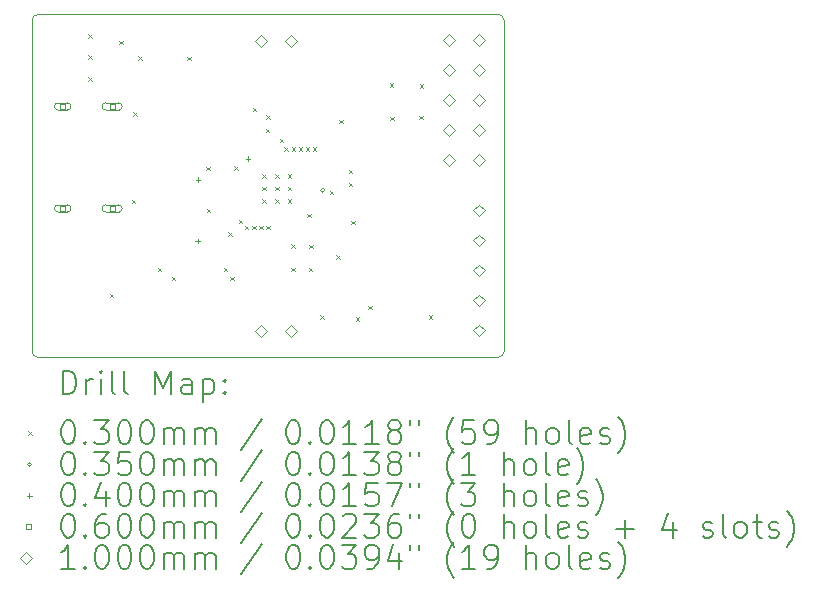
<source format=gbr>
%TF.GenerationSoftware,KiCad,Pcbnew,8.0.5*%
%TF.CreationDate,2024-09-22T09:32:32+02:00*%
%TF.ProjectId,nPM1300-breakout,6e504d31-3330-4302-9d62-7265616b6f75,rev?*%
%TF.SameCoordinates,Original*%
%TF.FileFunction,Drillmap*%
%TF.FilePolarity,Positive*%
%FSLAX45Y45*%
G04 Gerber Fmt 4.5, Leading zero omitted, Abs format (unit mm)*
G04 Created by KiCad (PCBNEW 8.0.5) date 2024-09-22 09:32:32*
%MOMM*%
%LPD*%
G01*
G04 APERTURE LIST*
%ADD10C,0.050000*%
%ADD11C,0.200000*%
%ADD12C,0.100000*%
G04 APERTURE END LIST*
D10*
X13607000Y-8826000D02*
G75*
G02*
X13557000Y-8876000I-50000J0D01*
G01*
X9611000Y-8826000D02*
X9611000Y-6023000D01*
X9661000Y-5973000D02*
X13557000Y-5973000D01*
X13607000Y-6023000D02*
X13607000Y-8826000D01*
X9611000Y-6023000D02*
G75*
G02*
X9661000Y-5973000I50000J0D01*
G01*
X13557000Y-5973000D02*
G75*
G02*
X13607000Y-6023000I0J-50000D01*
G01*
X13557000Y-8876000D02*
X9661000Y-8876000D01*
X9661000Y-8876000D02*
G75*
G02*
X9611000Y-8826000I0J50000D01*
G01*
D11*
D12*
X10085000Y-6141000D02*
X10115000Y-6171000D01*
X10115000Y-6141000D02*
X10085000Y-6171000D01*
X10085000Y-6320000D02*
X10115000Y-6350000D01*
X10115000Y-6320000D02*
X10085000Y-6350000D01*
X10085000Y-6506000D02*
X10115000Y-6536000D01*
X10115000Y-6506000D02*
X10085000Y-6536000D01*
X10268000Y-8338000D02*
X10298000Y-8368000D01*
X10298000Y-8338000D02*
X10268000Y-8368000D01*
X10351000Y-6194000D02*
X10381000Y-6224000D01*
X10381000Y-6194000D02*
X10351000Y-6224000D01*
X10455000Y-7543000D02*
X10485000Y-7573000D01*
X10485000Y-7543000D02*
X10455000Y-7573000D01*
X10467000Y-6800000D02*
X10497000Y-6830000D01*
X10497000Y-6800000D02*
X10467000Y-6830000D01*
X10509000Y-6325000D02*
X10539000Y-6355000D01*
X10539000Y-6325000D02*
X10509000Y-6355000D01*
X10675000Y-8117000D02*
X10705000Y-8147000D01*
X10705000Y-8117000D02*
X10675000Y-8147000D01*
X10793000Y-8195000D02*
X10823000Y-8225000D01*
X10823000Y-8195000D02*
X10793000Y-8225000D01*
X10926000Y-6331000D02*
X10956000Y-6361000D01*
X10956000Y-6331000D02*
X10926000Y-6361000D01*
X11087000Y-7262000D02*
X11117000Y-7292000D01*
X11117000Y-7262000D02*
X11087000Y-7292000D01*
X11089000Y-7618000D02*
X11119000Y-7648000D01*
X11119000Y-7618000D02*
X11089000Y-7648000D01*
X11233000Y-8117000D02*
X11263000Y-8147000D01*
X11263000Y-8117000D02*
X11233000Y-8147000D01*
X11270000Y-7817000D02*
X11300000Y-7847000D01*
X11300000Y-7817000D02*
X11270000Y-7847000D01*
X11290000Y-8195000D02*
X11320000Y-8225000D01*
X11320000Y-8195000D02*
X11290000Y-8225000D01*
X11322000Y-7258000D02*
X11352000Y-7288000D01*
X11352000Y-7258000D02*
X11322000Y-7288000D01*
X11360000Y-7712000D02*
X11390000Y-7742000D01*
X11390000Y-7712000D02*
X11360000Y-7742000D01*
X11410000Y-7762436D02*
X11440000Y-7792436D01*
X11440000Y-7762436D02*
X11410000Y-7792436D01*
X11473000Y-7763000D02*
X11503000Y-7793000D01*
X11503000Y-7763000D02*
X11473000Y-7793000D01*
X11479000Y-6763000D02*
X11509000Y-6793000D01*
X11509000Y-6763000D02*
X11479000Y-6793000D01*
X11533000Y-7763000D02*
X11563000Y-7793000D01*
X11563000Y-7763000D02*
X11533000Y-7793000D01*
X11560000Y-7324000D02*
X11590000Y-7354000D01*
X11590000Y-7324000D02*
X11560000Y-7354000D01*
X11560000Y-7432000D02*
X11590000Y-7462000D01*
X11590000Y-7432000D02*
X11560000Y-7462000D01*
X11560000Y-7537000D02*
X11590000Y-7567000D01*
X11590000Y-7537000D02*
X11560000Y-7567000D01*
X11588000Y-6942000D02*
X11618000Y-6972000D01*
X11618000Y-6942000D02*
X11588000Y-6972000D01*
X11592000Y-6825000D02*
X11622000Y-6855000D01*
X11622000Y-6825000D02*
X11592000Y-6855000D01*
X11593000Y-7763000D02*
X11623000Y-7793000D01*
X11623000Y-7763000D02*
X11593000Y-7793000D01*
X11668000Y-7324000D02*
X11698000Y-7354000D01*
X11698000Y-7324000D02*
X11668000Y-7354000D01*
X11668000Y-7432000D02*
X11698000Y-7462000D01*
X11698000Y-7432000D02*
X11668000Y-7462000D01*
X11668000Y-7538000D02*
X11698000Y-7568000D01*
X11698000Y-7538000D02*
X11668000Y-7568000D01*
X11708000Y-7025000D02*
X11738000Y-7055000D01*
X11738000Y-7025000D02*
X11708000Y-7055000D01*
X11748000Y-7097000D02*
X11778000Y-7127000D01*
X11778000Y-7097000D02*
X11748000Y-7127000D01*
X11774000Y-7324000D02*
X11804000Y-7354000D01*
X11804000Y-7324000D02*
X11774000Y-7354000D01*
X11774000Y-7433000D02*
X11804000Y-7463000D01*
X11804000Y-7433000D02*
X11774000Y-7463000D01*
X11774000Y-7538000D02*
X11804000Y-7568000D01*
X11804000Y-7538000D02*
X11774000Y-7568000D01*
X11807000Y-7921000D02*
X11837000Y-7951000D01*
X11837000Y-7921000D02*
X11807000Y-7951000D01*
X11807000Y-8117000D02*
X11837000Y-8147000D01*
X11837000Y-8117000D02*
X11807000Y-8147000D01*
X11808000Y-7097000D02*
X11838000Y-7127000D01*
X11838000Y-7097000D02*
X11808000Y-7127000D01*
X11868000Y-7097000D02*
X11898000Y-7127000D01*
X11898000Y-7097000D02*
X11868000Y-7127000D01*
X11928000Y-7097000D02*
X11958000Y-7127000D01*
X11958000Y-7097000D02*
X11928000Y-7127000D01*
X11940000Y-7661000D02*
X11970000Y-7691000D01*
X11970000Y-7661000D02*
X11940000Y-7691000D01*
X11955000Y-8116000D02*
X11985000Y-8146000D01*
X11985000Y-8116000D02*
X11955000Y-8146000D01*
X11956000Y-7924000D02*
X11986000Y-7954000D01*
X11986000Y-7924000D02*
X11956000Y-7954000D01*
X11988000Y-7097000D02*
X12018000Y-7127000D01*
X12018000Y-7097000D02*
X11988000Y-7127000D01*
X12050000Y-8518000D02*
X12080000Y-8548000D01*
X12080000Y-8518000D02*
X12050000Y-8548000D01*
X12130166Y-7465204D02*
X12160166Y-7495204D01*
X12160166Y-7465204D02*
X12130166Y-7495204D01*
X12188000Y-8011000D02*
X12218000Y-8041000D01*
X12218000Y-8011000D02*
X12188000Y-8041000D01*
X12211000Y-6866000D02*
X12241000Y-6896000D01*
X12241000Y-6866000D02*
X12211000Y-6896000D01*
X12293000Y-7288000D02*
X12323000Y-7318000D01*
X12323000Y-7288000D02*
X12293000Y-7318000D01*
X12293000Y-7398000D02*
X12323000Y-7428000D01*
X12323000Y-7398000D02*
X12293000Y-7428000D01*
X12315000Y-7718000D02*
X12345000Y-7748000D01*
X12345000Y-7718000D02*
X12315000Y-7748000D01*
X12350000Y-8539000D02*
X12380000Y-8569000D01*
X12380000Y-8539000D02*
X12350000Y-8569000D01*
X12457000Y-8439000D02*
X12487000Y-8469000D01*
X12487000Y-8439000D02*
X12457000Y-8469000D01*
X12638000Y-6557000D02*
X12668000Y-6587000D01*
X12668000Y-6557000D02*
X12638000Y-6587000D01*
X12643000Y-6840000D02*
X12673000Y-6870000D01*
X12673000Y-6840000D02*
X12643000Y-6870000D01*
X12890000Y-6830000D02*
X12920000Y-6860000D01*
X12920000Y-6830000D02*
X12890000Y-6860000D01*
X12892000Y-6565000D02*
X12922000Y-6595000D01*
X12922000Y-6565000D02*
X12892000Y-6595000D01*
X12969000Y-8519000D02*
X12999000Y-8549000D01*
X12999000Y-8519000D02*
X12969000Y-8549000D01*
X12089703Y-7462000D02*
G75*
G02*
X12054703Y-7462000I-17500J0D01*
G01*
X12054703Y-7462000D02*
G75*
G02*
X12089703Y-7462000I17500J0D01*
G01*
X11014000Y-7872000D02*
X11014000Y-7912000D01*
X10994000Y-7892000D02*
X11034000Y-7892000D01*
X11016000Y-7352000D02*
X11016000Y-7392000D01*
X10996000Y-7372000D02*
X11036000Y-7372000D01*
X11440000Y-7174000D02*
X11440000Y-7214000D01*
X11420000Y-7194000D02*
X11460000Y-7194000D01*
X9891213Y-6773213D02*
X9891213Y-6730787D01*
X9848787Y-6730787D01*
X9848787Y-6773213D01*
X9891213Y-6773213D01*
X9910000Y-6722000D02*
X9830000Y-6722000D01*
X9830000Y-6782000D02*
G75*
G02*
X9830000Y-6722000I0J30000D01*
G01*
X9830000Y-6782000D02*
X9910000Y-6782000D01*
X9910000Y-6782000D02*
G75*
G03*
X9910000Y-6722000I0J30000D01*
G01*
X9891213Y-7637213D02*
X9891213Y-7594787D01*
X9848787Y-7594787D01*
X9848787Y-7637213D01*
X9891213Y-7637213D01*
X9910000Y-7586000D02*
X9830000Y-7586000D01*
X9830000Y-7646000D02*
G75*
G02*
X9830000Y-7586000I0J30000D01*
G01*
X9830000Y-7646000D02*
X9910000Y-7646000D01*
X9910000Y-7646000D02*
G75*
G03*
X9910000Y-7586000I0J30000D01*
G01*
X10309213Y-6773213D02*
X10309213Y-6730787D01*
X10266787Y-6730787D01*
X10266787Y-6773213D01*
X10309213Y-6773213D01*
X10343000Y-6722000D02*
X10233000Y-6722000D01*
X10233000Y-6782000D02*
G75*
G02*
X10233000Y-6722000I0J30000D01*
G01*
X10233000Y-6782000D02*
X10343000Y-6782000D01*
X10343000Y-6782000D02*
G75*
G03*
X10343000Y-6722000I0J30000D01*
G01*
X10309213Y-7637213D02*
X10309213Y-7594787D01*
X10266787Y-7594787D01*
X10266787Y-7637213D01*
X10309213Y-7637213D01*
X10343000Y-7586000D02*
X10233000Y-7586000D01*
X10233000Y-7646000D02*
G75*
G02*
X10233000Y-7586000I0J30000D01*
G01*
X10233000Y-7646000D02*
X10343000Y-7646000D01*
X10343000Y-7646000D02*
G75*
G03*
X10343000Y-7586000I0J30000D01*
G01*
X11547525Y-8704000D02*
X11597525Y-8654000D01*
X11547525Y-8604000D01*
X11497525Y-8654000D01*
X11547525Y-8704000D01*
X11548525Y-6246000D02*
X11598525Y-6196000D01*
X11548525Y-6146000D01*
X11498525Y-6196000D01*
X11548525Y-6246000D01*
X11801525Y-8704000D02*
X11851525Y-8654000D01*
X11801525Y-8604000D01*
X11751525Y-8654000D01*
X11801525Y-8704000D01*
X11802525Y-6246000D02*
X11852525Y-6196000D01*
X11802525Y-6146000D01*
X11752525Y-6196000D01*
X11802525Y-6246000D01*
X13139000Y-6243000D02*
X13189000Y-6193000D01*
X13139000Y-6143000D01*
X13089000Y-6193000D01*
X13139000Y-6243000D01*
X13139000Y-6497000D02*
X13189000Y-6447000D01*
X13139000Y-6397000D01*
X13089000Y-6447000D01*
X13139000Y-6497000D01*
X13139000Y-6751000D02*
X13189000Y-6701000D01*
X13139000Y-6651000D01*
X13089000Y-6701000D01*
X13139000Y-6751000D01*
X13139000Y-7005000D02*
X13189000Y-6955000D01*
X13139000Y-6905000D01*
X13089000Y-6955000D01*
X13139000Y-7005000D01*
X13139000Y-7259000D02*
X13189000Y-7209000D01*
X13139000Y-7159000D01*
X13089000Y-7209000D01*
X13139000Y-7259000D01*
X13393000Y-6243000D02*
X13443000Y-6193000D01*
X13393000Y-6143000D01*
X13343000Y-6193000D01*
X13393000Y-6243000D01*
X13393000Y-6497000D02*
X13443000Y-6447000D01*
X13393000Y-6397000D01*
X13343000Y-6447000D01*
X13393000Y-6497000D01*
X13393000Y-6751000D02*
X13443000Y-6701000D01*
X13393000Y-6651000D01*
X13343000Y-6701000D01*
X13393000Y-6751000D01*
X13393000Y-7005000D02*
X13443000Y-6955000D01*
X13393000Y-6905000D01*
X13343000Y-6955000D01*
X13393000Y-7005000D01*
X13393000Y-7259000D02*
X13443000Y-7209000D01*
X13393000Y-7159000D01*
X13343000Y-7209000D01*
X13393000Y-7259000D01*
X13394000Y-7683000D02*
X13444000Y-7633000D01*
X13394000Y-7583000D01*
X13344000Y-7633000D01*
X13394000Y-7683000D01*
X13394000Y-7937000D02*
X13444000Y-7887000D01*
X13394000Y-7837000D01*
X13344000Y-7887000D01*
X13394000Y-7937000D01*
X13394000Y-8191000D02*
X13444000Y-8141000D01*
X13394000Y-8091000D01*
X13344000Y-8141000D01*
X13394000Y-8191000D01*
X13394000Y-8445000D02*
X13444000Y-8395000D01*
X13394000Y-8345000D01*
X13344000Y-8395000D01*
X13394000Y-8445000D01*
X13394000Y-8699000D02*
X13444000Y-8649000D01*
X13394000Y-8599000D01*
X13344000Y-8649000D01*
X13394000Y-8699000D01*
D11*
X9869277Y-9189984D02*
X9869277Y-8989984D01*
X9869277Y-8989984D02*
X9916896Y-8989984D01*
X9916896Y-8989984D02*
X9945467Y-8999508D01*
X9945467Y-8999508D02*
X9964515Y-9018555D01*
X9964515Y-9018555D02*
X9974039Y-9037603D01*
X9974039Y-9037603D02*
X9983563Y-9075698D01*
X9983563Y-9075698D02*
X9983563Y-9104270D01*
X9983563Y-9104270D02*
X9974039Y-9142365D01*
X9974039Y-9142365D02*
X9964515Y-9161412D01*
X9964515Y-9161412D02*
X9945467Y-9180460D01*
X9945467Y-9180460D02*
X9916896Y-9189984D01*
X9916896Y-9189984D02*
X9869277Y-9189984D01*
X10069277Y-9189984D02*
X10069277Y-9056650D01*
X10069277Y-9094746D02*
X10078801Y-9075698D01*
X10078801Y-9075698D02*
X10088324Y-9066174D01*
X10088324Y-9066174D02*
X10107372Y-9056650D01*
X10107372Y-9056650D02*
X10126420Y-9056650D01*
X10193086Y-9189984D02*
X10193086Y-9056650D01*
X10193086Y-8989984D02*
X10183563Y-8999508D01*
X10183563Y-8999508D02*
X10193086Y-9009031D01*
X10193086Y-9009031D02*
X10202610Y-8999508D01*
X10202610Y-8999508D02*
X10193086Y-8989984D01*
X10193086Y-8989984D02*
X10193086Y-9009031D01*
X10316896Y-9189984D02*
X10297848Y-9180460D01*
X10297848Y-9180460D02*
X10288324Y-9161412D01*
X10288324Y-9161412D02*
X10288324Y-8989984D01*
X10421658Y-9189984D02*
X10402610Y-9180460D01*
X10402610Y-9180460D02*
X10393086Y-9161412D01*
X10393086Y-9161412D02*
X10393086Y-8989984D01*
X10650229Y-9189984D02*
X10650229Y-8989984D01*
X10650229Y-8989984D02*
X10716896Y-9132841D01*
X10716896Y-9132841D02*
X10783563Y-8989984D01*
X10783563Y-8989984D02*
X10783563Y-9189984D01*
X10964515Y-9189984D02*
X10964515Y-9085222D01*
X10964515Y-9085222D02*
X10954991Y-9066174D01*
X10954991Y-9066174D02*
X10935944Y-9056650D01*
X10935944Y-9056650D02*
X10897848Y-9056650D01*
X10897848Y-9056650D02*
X10878801Y-9066174D01*
X10964515Y-9180460D02*
X10945467Y-9189984D01*
X10945467Y-9189984D02*
X10897848Y-9189984D01*
X10897848Y-9189984D02*
X10878801Y-9180460D01*
X10878801Y-9180460D02*
X10869277Y-9161412D01*
X10869277Y-9161412D02*
X10869277Y-9142365D01*
X10869277Y-9142365D02*
X10878801Y-9123317D01*
X10878801Y-9123317D02*
X10897848Y-9113793D01*
X10897848Y-9113793D02*
X10945467Y-9113793D01*
X10945467Y-9113793D02*
X10964515Y-9104270D01*
X11059753Y-9056650D02*
X11059753Y-9256650D01*
X11059753Y-9066174D02*
X11078801Y-9056650D01*
X11078801Y-9056650D02*
X11116896Y-9056650D01*
X11116896Y-9056650D02*
X11135944Y-9066174D01*
X11135944Y-9066174D02*
X11145467Y-9075698D01*
X11145467Y-9075698D02*
X11154991Y-9094746D01*
X11154991Y-9094746D02*
X11154991Y-9151889D01*
X11154991Y-9151889D02*
X11145467Y-9170936D01*
X11145467Y-9170936D02*
X11135944Y-9180460D01*
X11135944Y-9180460D02*
X11116896Y-9189984D01*
X11116896Y-9189984D02*
X11078801Y-9189984D01*
X11078801Y-9189984D02*
X11059753Y-9180460D01*
X11240705Y-9170936D02*
X11250229Y-9180460D01*
X11250229Y-9180460D02*
X11240705Y-9189984D01*
X11240705Y-9189984D02*
X11231182Y-9180460D01*
X11231182Y-9180460D02*
X11240705Y-9170936D01*
X11240705Y-9170936D02*
X11240705Y-9189984D01*
X11240705Y-9066174D02*
X11250229Y-9075698D01*
X11250229Y-9075698D02*
X11240705Y-9085222D01*
X11240705Y-9085222D02*
X11231182Y-9075698D01*
X11231182Y-9075698D02*
X11240705Y-9066174D01*
X11240705Y-9066174D02*
X11240705Y-9085222D01*
D12*
X9578500Y-9503500D02*
X9608500Y-9533500D01*
X9608500Y-9503500D02*
X9578500Y-9533500D01*
D11*
X9907372Y-9409984D02*
X9926420Y-9409984D01*
X9926420Y-9409984D02*
X9945467Y-9419508D01*
X9945467Y-9419508D02*
X9954991Y-9429031D01*
X9954991Y-9429031D02*
X9964515Y-9448079D01*
X9964515Y-9448079D02*
X9974039Y-9486174D01*
X9974039Y-9486174D02*
X9974039Y-9533793D01*
X9974039Y-9533793D02*
X9964515Y-9571889D01*
X9964515Y-9571889D02*
X9954991Y-9590936D01*
X9954991Y-9590936D02*
X9945467Y-9600460D01*
X9945467Y-9600460D02*
X9926420Y-9609984D01*
X9926420Y-9609984D02*
X9907372Y-9609984D01*
X9907372Y-9609984D02*
X9888324Y-9600460D01*
X9888324Y-9600460D02*
X9878801Y-9590936D01*
X9878801Y-9590936D02*
X9869277Y-9571889D01*
X9869277Y-9571889D02*
X9859753Y-9533793D01*
X9859753Y-9533793D02*
X9859753Y-9486174D01*
X9859753Y-9486174D02*
X9869277Y-9448079D01*
X9869277Y-9448079D02*
X9878801Y-9429031D01*
X9878801Y-9429031D02*
X9888324Y-9419508D01*
X9888324Y-9419508D02*
X9907372Y-9409984D01*
X10059753Y-9590936D02*
X10069277Y-9600460D01*
X10069277Y-9600460D02*
X10059753Y-9609984D01*
X10059753Y-9609984D02*
X10050229Y-9600460D01*
X10050229Y-9600460D02*
X10059753Y-9590936D01*
X10059753Y-9590936D02*
X10059753Y-9609984D01*
X10135944Y-9409984D02*
X10259753Y-9409984D01*
X10259753Y-9409984D02*
X10193086Y-9486174D01*
X10193086Y-9486174D02*
X10221658Y-9486174D01*
X10221658Y-9486174D02*
X10240705Y-9495698D01*
X10240705Y-9495698D02*
X10250229Y-9505222D01*
X10250229Y-9505222D02*
X10259753Y-9524270D01*
X10259753Y-9524270D02*
X10259753Y-9571889D01*
X10259753Y-9571889D02*
X10250229Y-9590936D01*
X10250229Y-9590936D02*
X10240705Y-9600460D01*
X10240705Y-9600460D02*
X10221658Y-9609984D01*
X10221658Y-9609984D02*
X10164515Y-9609984D01*
X10164515Y-9609984D02*
X10145467Y-9600460D01*
X10145467Y-9600460D02*
X10135944Y-9590936D01*
X10383563Y-9409984D02*
X10402610Y-9409984D01*
X10402610Y-9409984D02*
X10421658Y-9419508D01*
X10421658Y-9419508D02*
X10431182Y-9429031D01*
X10431182Y-9429031D02*
X10440705Y-9448079D01*
X10440705Y-9448079D02*
X10450229Y-9486174D01*
X10450229Y-9486174D02*
X10450229Y-9533793D01*
X10450229Y-9533793D02*
X10440705Y-9571889D01*
X10440705Y-9571889D02*
X10431182Y-9590936D01*
X10431182Y-9590936D02*
X10421658Y-9600460D01*
X10421658Y-9600460D02*
X10402610Y-9609984D01*
X10402610Y-9609984D02*
X10383563Y-9609984D01*
X10383563Y-9609984D02*
X10364515Y-9600460D01*
X10364515Y-9600460D02*
X10354991Y-9590936D01*
X10354991Y-9590936D02*
X10345467Y-9571889D01*
X10345467Y-9571889D02*
X10335944Y-9533793D01*
X10335944Y-9533793D02*
X10335944Y-9486174D01*
X10335944Y-9486174D02*
X10345467Y-9448079D01*
X10345467Y-9448079D02*
X10354991Y-9429031D01*
X10354991Y-9429031D02*
X10364515Y-9419508D01*
X10364515Y-9419508D02*
X10383563Y-9409984D01*
X10574039Y-9409984D02*
X10593086Y-9409984D01*
X10593086Y-9409984D02*
X10612134Y-9419508D01*
X10612134Y-9419508D02*
X10621658Y-9429031D01*
X10621658Y-9429031D02*
X10631182Y-9448079D01*
X10631182Y-9448079D02*
X10640705Y-9486174D01*
X10640705Y-9486174D02*
X10640705Y-9533793D01*
X10640705Y-9533793D02*
X10631182Y-9571889D01*
X10631182Y-9571889D02*
X10621658Y-9590936D01*
X10621658Y-9590936D02*
X10612134Y-9600460D01*
X10612134Y-9600460D02*
X10593086Y-9609984D01*
X10593086Y-9609984D02*
X10574039Y-9609984D01*
X10574039Y-9609984D02*
X10554991Y-9600460D01*
X10554991Y-9600460D02*
X10545467Y-9590936D01*
X10545467Y-9590936D02*
X10535944Y-9571889D01*
X10535944Y-9571889D02*
X10526420Y-9533793D01*
X10526420Y-9533793D02*
X10526420Y-9486174D01*
X10526420Y-9486174D02*
X10535944Y-9448079D01*
X10535944Y-9448079D02*
X10545467Y-9429031D01*
X10545467Y-9429031D02*
X10554991Y-9419508D01*
X10554991Y-9419508D02*
X10574039Y-9409984D01*
X10726420Y-9609984D02*
X10726420Y-9476650D01*
X10726420Y-9495698D02*
X10735944Y-9486174D01*
X10735944Y-9486174D02*
X10754991Y-9476650D01*
X10754991Y-9476650D02*
X10783563Y-9476650D01*
X10783563Y-9476650D02*
X10802610Y-9486174D01*
X10802610Y-9486174D02*
X10812134Y-9505222D01*
X10812134Y-9505222D02*
X10812134Y-9609984D01*
X10812134Y-9505222D02*
X10821658Y-9486174D01*
X10821658Y-9486174D02*
X10840705Y-9476650D01*
X10840705Y-9476650D02*
X10869277Y-9476650D01*
X10869277Y-9476650D02*
X10888325Y-9486174D01*
X10888325Y-9486174D02*
X10897848Y-9505222D01*
X10897848Y-9505222D02*
X10897848Y-9609984D01*
X10993086Y-9609984D02*
X10993086Y-9476650D01*
X10993086Y-9495698D02*
X11002610Y-9486174D01*
X11002610Y-9486174D02*
X11021658Y-9476650D01*
X11021658Y-9476650D02*
X11050229Y-9476650D01*
X11050229Y-9476650D02*
X11069277Y-9486174D01*
X11069277Y-9486174D02*
X11078801Y-9505222D01*
X11078801Y-9505222D02*
X11078801Y-9609984D01*
X11078801Y-9505222D02*
X11088325Y-9486174D01*
X11088325Y-9486174D02*
X11107372Y-9476650D01*
X11107372Y-9476650D02*
X11135944Y-9476650D01*
X11135944Y-9476650D02*
X11154991Y-9486174D01*
X11154991Y-9486174D02*
X11164515Y-9505222D01*
X11164515Y-9505222D02*
X11164515Y-9609984D01*
X11554991Y-9400460D02*
X11383563Y-9657603D01*
X11812134Y-9409984D02*
X11831182Y-9409984D01*
X11831182Y-9409984D02*
X11850229Y-9419508D01*
X11850229Y-9419508D02*
X11859753Y-9429031D01*
X11859753Y-9429031D02*
X11869277Y-9448079D01*
X11869277Y-9448079D02*
X11878801Y-9486174D01*
X11878801Y-9486174D02*
X11878801Y-9533793D01*
X11878801Y-9533793D02*
X11869277Y-9571889D01*
X11869277Y-9571889D02*
X11859753Y-9590936D01*
X11859753Y-9590936D02*
X11850229Y-9600460D01*
X11850229Y-9600460D02*
X11831182Y-9609984D01*
X11831182Y-9609984D02*
X11812134Y-9609984D01*
X11812134Y-9609984D02*
X11793086Y-9600460D01*
X11793086Y-9600460D02*
X11783563Y-9590936D01*
X11783563Y-9590936D02*
X11774039Y-9571889D01*
X11774039Y-9571889D02*
X11764515Y-9533793D01*
X11764515Y-9533793D02*
X11764515Y-9486174D01*
X11764515Y-9486174D02*
X11774039Y-9448079D01*
X11774039Y-9448079D02*
X11783563Y-9429031D01*
X11783563Y-9429031D02*
X11793086Y-9419508D01*
X11793086Y-9419508D02*
X11812134Y-9409984D01*
X11964515Y-9590936D02*
X11974039Y-9600460D01*
X11974039Y-9600460D02*
X11964515Y-9609984D01*
X11964515Y-9609984D02*
X11954991Y-9600460D01*
X11954991Y-9600460D02*
X11964515Y-9590936D01*
X11964515Y-9590936D02*
X11964515Y-9609984D01*
X12097848Y-9409984D02*
X12116896Y-9409984D01*
X12116896Y-9409984D02*
X12135944Y-9419508D01*
X12135944Y-9419508D02*
X12145467Y-9429031D01*
X12145467Y-9429031D02*
X12154991Y-9448079D01*
X12154991Y-9448079D02*
X12164515Y-9486174D01*
X12164515Y-9486174D02*
X12164515Y-9533793D01*
X12164515Y-9533793D02*
X12154991Y-9571889D01*
X12154991Y-9571889D02*
X12145467Y-9590936D01*
X12145467Y-9590936D02*
X12135944Y-9600460D01*
X12135944Y-9600460D02*
X12116896Y-9609984D01*
X12116896Y-9609984D02*
X12097848Y-9609984D01*
X12097848Y-9609984D02*
X12078801Y-9600460D01*
X12078801Y-9600460D02*
X12069277Y-9590936D01*
X12069277Y-9590936D02*
X12059753Y-9571889D01*
X12059753Y-9571889D02*
X12050229Y-9533793D01*
X12050229Y-9533793D02*
X12050229Y-9486174D01*
X12050229Y-9486174D02*
X12059753Y-9448079D01*
X12059753Y-9448079D02*
X12069277Y-9429031D01*
X12069277Y-9429031D02*
X12078801Y-9419508D01*
X12078801Y-9419508D02*
X12097848Y-9409984D01*
X12354991Y-9609984D02*
X12240706Y-9609984D01*
X12297848Y-9609984D02*
X12297848Y-9409984D01*
X12297848Y-9409984D02*
X12278801Y-9438555D01*
X12278801Y-9438555D02*
X12259753Y-9457603D01*
X12259753Y-9457603D02*
X12240706Y-9467127D01*
X12545467Y-9609984D02*
X12431182Y-9609984D01*
X12488325Y-9609984D02*
X12488325Y-9409984D01*
X12488325Y-9409984D02*
X12469277Y-9438555D01*
X12469277Y-9438555D02*
X12450229Y-9457603D01*
X12450229Y-9457603D02*
X12431182Y-9467127D01*
X12659753Y-9495698D02*
X12640706Y-9486174D01*
X12640706Y-9486174D02*
X12631182Y-9476650D01*
X12631182Y-9476650D02*
X12621658Y-9457603D01*
X12621658Y-9457603D02*
X12621658Y-9448079D01*
X12621658Y-9448079D02*
X12631182Y-9429031D01*
X12631182Y-9429031D02*
X12640706Y-9419508D01*
X12640706Y-9419508D02*
X12659753Y-9409984D01*
X12659753Y-9409984D02*
X12697848Y-9409984D01*
X12697848Y-9409984D02*
X12716896Y-9419508D01*
X12716896Y-9419508D02*
X12726420Y-9429031D01*
X12726420Y-9429031D02*
X12735944Y-9448079D01*
X12735944Y-9448079D02*
X12735944Y-9457603D01*
X12735944Y-9457603D02*
X12726420Y-9476650D01*
X12726420Y-9476650D02*
X12716896Y-9486174D01*
X12716896Y-9486174D02*
X12697848Y-9495698D01*
X12697848Y-9495698D02*
X12659753Y-9495698D01*
X12659753Y-9495698D02*
X12640706Y-9505222D01*
X12640706Y-9505222D02*
X12631182Y-9514746D01*
X12631182Y-9514746D02*
X12621658Y-9533793D01*
X12621658Y-9533793D02*
X12621658Y-9571889D01*
X12621658Y-9571889D02*
X12631182Y-9590936D01*
X12631182Y-9590936D02*
X12640706Y-9600460D01*
X12640706Y-9600460D02*
X12659753Y-9609984D01*
X12659753Y-9609984D02*
X12697848Y-9609984D01*
X12697848Y-9609984D02*
X12716896Y-9600460D01*
X12716896Y-9600460D02*
X12726420Y-9590936D01*
X12726420Y-9590936D02*
X12735944Y-9571889D01*
X12735944Y-9571889D02*
X12735944Y-9533793D01*
X12735944Y-9533793D02*
X12726420Y-9514746D01*
X12726420Y-9514746D02*
X12716896Y-9505222D01*
X12716896Y-9505222D02*
X12697848Y-9495698D01*
X12812134Y-9409984D02*
X12812134Y-9448079D01*
X12888325Y-9409984D02*
X12888325Y-9448079D01*
X13183563Y-9686174D02*
X13174039Y-9676650D01*
X13174039Y-9676650D02*
X13154991Y-9648079D01*
X13154991Y-9648079D02*
X13145468Y-9629031D01*
X13145468Y-9629031D02*
X13135944Y-9600460D01*
X13135944Y-9600460D02*
X13126420Y-9552841D01*
X13126420Y-9552841D02*
X13126420Y-9514746D01*
X13126420Y-9514746D02*
X13135944Y-9467127D01*
X13135944Y-9467127D02*
X13145468Y-9438555D01*
X13145468Y-9438555D02*
X13154991Y-9419508D01*
X13154991Y-9419508D02*
X13174039Y-9390936D01*
X13174039Y-9390936D02*
X13183563Y-9381412D01*
X13354991Y-9409984D02*
X13259753Y-9409984D01*
X13259753Y-9409984D02*
X13250229Y-9505222D01*
X13250229Y-9505222D02*
X13259753Y-9495698D01*
X13259753Y-9495698D02*
X13278801Y-9486174D01*
X13278801Y-9486174D02*
X13326420Y-9486174D01*
X13326420Y-9486174D02*
X13345468Y-9495698D01*
X13345468Y-9495698D02*
X13354991Y-9505222D01*
X13354991Y-9505222D02*
X13364515Y-9524270D01*
X13364515Y-9524270D02*
X13364515Y-9571889D01*
X13364515Y-9571889D02*
X13354991Y-9590936D01*
X13354991Y-9590936D02*
X13345468Y-9600460D01*
X13345468Y-9600460D02*
X13326420Y-9609984D01*
X13326420Y-9609984D02*
X13278801Y-9609984D01*
X13278801Y-9609984D02*
X13259753Y-9600460D01*
X13259753Y-9600460D02*
X13250229Y-9590936D01*
X13459753Y-9609984D02*
X13497848Y-9609984D01*
X13497848Y-9609984D02*
X13516896Y-9600460D01*
X13516896Y-9600460D02*
X13526420Y-9590936D01*
X13526420Y-9590936D02*
X13545468Y-9562365D01*
X13545468Y-9562365D02*
X13554991Y-9524270D01*
X13554991Y-9524270D02*
X13554991Y-9448079D01*
X13554991Y-9448079D02*
X13545468Y-9429031D01*
X13545468Y-9429031D02*
X13535944Y-9419508D01*
X13535944Y-9419508D02*
X13516896Y-9409984D01*
X13516896Y-9409984D02*
X13478801Y-9409984D01*
X13478801Y-9409984D02*
X13459753Y-9419508D01*
X13459753Y-9419508D02*
X13450229Y-9429031D01*
X13450229Y-9429031D02*
X13440706Y-9448079D01*
X13440706Y-9448079D02*
X13440706Y-9495698D01*
X13440706Y-9495698D02*
X13450229Y-9514746D01*
X13450229Y-9514746D02*
X13459753Y-9524270D01*
X13459753Y-9524270D02*
X13478801Y-9533793D01*
X13478801Y-9533793D02*
X13516896Y-9533793D01*
X13516896Y-9533793D02*
X13535944Y-9524270D01*
X13535944Y-9524270D02*
X13545468Y-9514746D01*
X13545468Y-9514746D02*
X13554991Y-9495698D01*
X13793087Y-9609984D02*
X13793087Y-9409984D01*
X13878801Y-9609984D02*
X13878801Y-9505222D01*
X13878801Y-9505222D02*
X13869277Y-9486174D01*
X13869277Y-9486174D02*
X13850230Y-9476650D01*
X13850230Y-9476650D02*
X13821658Y-9476650D01*
X13821658Y-9476650D02*
X13802610Y-9486174D01*
X13802610Y-9486174D02*
X13793087Y-9495698D01*
X14002610Y-9609984D02*
X13983563Y-9600460D01*
X13983563Y-9600460D02*
X13974039Y-9590936D01*
X13974039Y-9590936D02*
X13964515Y-9571889D01*
X13964515Y-9571889D02*
X13964515Y-9514746D01*
X13964515Y-9514746D02*
X13974039Y-9495698D01*
X13974039Y-9495698D02*
X13983563Y-9486174D01*
X13983563Y-9486174D02*
X14002610Y-9476650D01*
X14002610Y-9476650D02*
X14031182Y-9476650D01*
X14031182Y-9476650D02*
X14050230Y-9486174D01*
X14050230Y-9486174D02*
X14059753Y-9495698D01*
X14059753Y-9495698D02*
X14069277Y-9514746D01*
X14069277Y-9514746D02*
X14069277Y-9571889D01*
X14069277Y-9571889D02*
X14059753Y-9590936D01*
X14059753Y-9590936D02*
X14050230Y-9600460D01*
X14050230Y-9600460D02*
X14031182Y-9609984D01*
X14031182Y-9609984D02*
X14002610Y-9609984D01*
X14183563Y-9609984D02*
X14164515Y-9600460D01*
X14164515Y-9600460D02*
X14154991Y-9581412D01*
X14154991Y-9581412D02*
X14154991Y-9409984D01*
X14335944Y-9600460D02*
X14316896Y-9609984D01*
X14316896Y-9609984D02*
X14278801Y-9609984D01*
X14278801Y-9609984D02*
X14259753Y-9600460D01*
X14259753Y-9600460D02*
X14250230Y-9581412D01*
X14250230Y-9581412D02*
X14250230Y-9505222D01*
X14250230Y-9505222D02*
X14259753Y-9486174D01*
X14259753Y-9486174D02*
X14278801Y-9476650D01*
X14278801Y-9476650D02*
X14316896Y-9476650D01*
X14316896Y-9476650D02*
X14335944Y-9486174D01*
X14335944Y-9486174D02*
X14345468Y-9505222D01*
X14345468Y-9505222D02*
X14345468Y-9524270D01*
X14345468Y-9524270D02*
X14250230Y-9543317D01*
X14421658Y-9600460D02*
X14440706Y-9609984D01*
X14440706Y-9609984D02*
X14478801Y-9609984D01*
X14478801Y-9609984D02*
X14497849Y-9600460D01*
X14497849Y-9600460D02*
X14507372Y-9581412D01*
X14507372Y-9581412D02*
X14507372Y-9571889D01*
X14507372Y-9571889D02*
X14497849Y-9552841D01*
X14497849Y-9552841D02*
X14478801Y-9543317D01*
X14478801Y-9543317D02*
X14450230Y-9543317D01*
X14450230Y-9543317D02*
X14431182Y-9533793D01*
X14431182Y-9533793D02*
X14421658Y-9514746D01*
X14421658Y-9514746D02*
X14421658Y-9505222D01*
X14421658Y-9505222D02*
X14431182Y-9486174D01*
X14431182Y-9486174D02*
X14450230Y-9476650D01*
X14450230Y-9476650D02*
X14478801Y-9476650D01*
X14478801Y-9476650D02*
X14497849Y-9486174D01*
X14574039Y-9686174D02*
X14583563Y-9676650D01*
X14583563Y-9676650D02*
X14602611Y-9648079D01*
X14602611Y-9648079D02*
X14612134Y-9629031D01*
X14612134Y-9629031D02*
X14621658Y-9600460D01*
X14621658Y-9600460D02*
X14631182Y-9552841D01*
X14631182Y-9552841D02*
X14631182Y-9514746D01*
X14631182Y-9514746D02*
X14621658Y-9467127D01*
X14621658Y-9467127D02*
X14612134Y-9438555D01*
X14612134Y-9438555D02*
X14602611Y-9419508D01*
X14602611Y-9419508D02*
X14583563Y-9390936D01*
X14583563Y-9390936D02*
X14574039Y-9381412D01*
D12*
X9608500Y-9782500D02*
G75*
G02*
X9573500Y-9782500I-17500J0D01*
G01*
X9573500Y-9782500D02*
G75*
G02*
X9608500Y-9782500I17500J0D01*
G01*
D11*
X9907372Y-9673984D02*
X9926420Y-9673984D01*
X9926420Y-9673984D02*
X9945467Y-9683508D01*
X9945467Y-9683508D02*
X9954991Y-9693031D01*
X9954991Y-9693031D02*
X9964515Y-9712079D01*
X9964515Y-9712079D02*
X9974039Y-9750174D01*
X9974039Y-9750174D02*
X9974039Y-9797793D01*
X9974039Y-9797793D02*
X9964515Y-9835889D01*
X9964515Y-9835889D02*
X9954991Y-9854936D01*
X9954991Y-9854936D02*
X9945467Y-9864460D01*
X9945467Y-9864460D02*
X9926420Y-9873984D01*
X9926420Y-9873984D02*
X9907372Y-9873984D01*
X9907372Y-9873984D02*
X9888324Y-9864460D01*
X9888324Y-9864460D02*
X9878801Y-9854936D01*
X9878801Y-9854936D02*
X9869277Y-9835889D01*
X9869277Y-9835889D02*
X9859753Y-9797793D01*
X9859753Y-9797793D02*
X9859753Y-9750174D01*
X9859753Y-9750174D02*
X9869277Y-9712079D01*
X9869277Y-9712079D02*
X9878801Y-9693031D01*
X9878801Y-9693031D02*
X9888324Y-9683508D01*
X9888324Y-9683508D02*
X9907372Y-9673984D01*
X10059753Y-9854936D02*
X10069277Y-9864460D01*
X10069277Y-9864460D02*
X10059753Y-9873984D01*
X10059753Y-9873984D02*
X10050229Y-9864460D01*
X10050229Y-9864460D02*
X10059753Y-9854936D01*
X10059753Y-9854936D02*
X10059753Y-9873984D01*
X10135944Y-9673984D02*
X10259753Y-9673984D01*
X10259753Y-9673984D02*
X10193086Y-9750174D01*
X10193086Y-9750174D02*
X10221658Y-9750174D01*
X10221658Y-9750174D02*
X10240705Y-9759698D01*
X10240705Y-9759698D02*
X10250229Y-9769222D01*
X10250229Y-9769222D02*
X10259753Y-9788270D01*
X10259753Y-9788270D02*
X10259753Y-9835889D01*
X10259753Y-9835889D02*
X10250229Y-9854936D01*
X10250229Y-9854936D02*
X10240705Y-9864460D01*
X10240705Y-9864460D02*
X10221658Y-9873984D01*
X10221658Y-9873984D02*
X10164515Y-9873984D01*
X10164515Y-9873984D02*
X10145467Y-9864460D01*
X10145467Y-9864460D02*
X10135944Y-9854936D01*
X10440705Y-9673984D02*
X10345467Y-9673984D01*
X10345467Y-9673984D02*
X10335944Y-9769222D01*
X10335944Y-9769222D02*
X10345467Y-9759698D01*
X10345467Y-9759698D02*
X10364515Y-9750174D01*
X10364515Y-9750174D02*
X10412134Y-9750174D01*
X10412134Y-9750174D02*
X10431182Y-9759698D01*
X10431182Y-9759698D02*
X10440705Y-9769222D01*
X10440705Y-9769222D02*
X10450229Y-9788270D01*
X10450229Y-9788270D02*
X10450229Y-9835889D01*
X10450229Y-9835889D02*
X10440705Y-9854936D01*
X10440705Y-9854936D02*
X10431182Y-9864460D01*
X10431182Y-9864460D02*
X10412134Y-9873984D01*
X10412134Y-9873984D02*
X10364515Y-9873984D01*
X10364515Y-9873984D02*
X10345467Y-9864460D01*
X10345467Y-9864460D02*
X10335944Y-9854936D01*
X10574039Y-9673984D02*
X10593086Y-9673984D01*
X10593086Y-9673984D02*
X10612134Y-9683508D01*
X10612134Y-9683508D02*
X10621658Y-9693031D01*
X10621658Y-9693031D02*
X10631182Y-9712079D01*
X10631182Y-9712079D02*
X10640705Y-9750174D01*
X10640705Y-9750174D02*
X10640705Y-9797793D01*
X10640705Y-9797793D02*
X10631182Y-9835889D01*
X10631182Y-9835889D02*
X10621658Y-9854936D01*
X10621658Y-9854936D02*
X10612134Y-9864460D01*
X10612134Y-9864460D02*
X10593086Y-9873984D01*
X10593086Y-9873984D02*
X10574039Y-9873984D01*
X10574039Y-9873984D02*
X10554991Y-9864460D01*
X10554991Y-9864460D02*
X10545467Y-9854936D01*
X10545467Y-9854936D02*
X10535944Y-9835889D01*
X10535944Y-9835889D02*
X10526420Y-9797793D01*
X10526420Y-9797793D02*
X10526420Y-9750174D01*
X10526420Y-9750174D02*
X10535944Y-9712079D01*
X10535944Y-9712079D02*
X10545467Y-9693031D01*
X10545467Y-9693031D02*
X10554991Y-9683508D01*
X10554991Y-9683508D02*
X10574039Y-9673984D01*
X10726420Y-9873984D02*
X10726420Y-9740650D01*
X10726420Y-9759698D02*
X10735944Y-9750174D01*
X10735944Y-9750174D02*
X10754991Y-9740650D01*
X10754991Y-9740650D02*
X10783563Y-9740650D01*
X10783563Y-9740650D02*
X10802610Y-9750174D01*
X10802610Y-9750174D02*
X10812134Y-9769222D01*
X10812134Y-9769222D02*
X10812134Y-9873984D01*
X10812134Y-9769222D02*
X10821658Y-9750174D01*
X10821658Y-9750174D02*
X10840705Y-9740650D01*
X10840705Y-9740650D02*
X10869277Y-9740650D01*
X10869277Y-9740650D02*
X10888325Y-9750174D01*
X10888325Y-9750174D02*
X10897848Y-9769222D01*
X10897848Y-9769222D02*
X10897848Y-9873984D01*
X10993086Y-9873984D02*
X10993086Y-9740650D01*
X10993086Y-9759698D02*
X11002610Y-9750174D01*
X11002610Y-9750174D02*
X11021658Y-9740650D01*
X11021658Y-9740650D02*
X11050229Y-9740650D01*
X11050229Y-9740650D02*
X11069277Y-9750174D01*
X11069277Y-9750174D02*
X11078801Y-9769222D01*
X11078801Y-9769222D02*
X11078801Y-9873984D01*
X11078801Y-9769222D02*
X11088325Y-9750174D01*
X11088325Y-9750174D02*
X11107372Y-9740650D01*
X11107372Y-9740650D02*
X11135944Y-9740650D01*
X11135944Y-9740650D02*
X11154991Y-9750174D01*
X11154991Y-9750174D02*
X11164515Y-9769222D01*
X11164515Y-9769222D02*
X11164515Y-9873984D01*
X11554991Y-9664460D02*
X11383563Y-9921603D01*
X11812134Y-9673984D02*
X11831182Y-9673984D01*
X11831182Y-9673984D02*
X11850229Y-9683508D01*
X11850229Y-9683508D02*
X11859753Y-9693031D01*
X11859753Y-9693031D02*
X11869277Y-9712079D01*
X11869277Y-9712079D02*
X11878801Y-9750174D01*
X11878801Y-9750174D02*
X11878801Y-9797793D01*
X11878801Y-9797793D02*
X11869277Y-9835889D01*
X11869277Y-9835889D02*
X11859753Y-9854936D01*
X11859753Y-9854936D02*
X11850229Y-9864460D01*
X11850229Y-9864460D02*
X11831182Y-9873984D01*
X11831182Y-9873984D02*
X11812134Y-9873984D01*
X11812134Y-9873984D02*
X11793086Y-9864460D01*
X11793086Y-9864460D02*
X11783563Y-9854936D01*
X11783563Y-9854936D02*
X11774039Y-9835889D01*
X11774039Y-9835889D02*
X11764515Y-9797793D01*
X11764515Y-9797793D02*
X11764515Y-9750174D01*
X11764515Y-9750174D02*
X11774039Y-9712079D01*
X11774039Y-9712079D02*
X11783563Y-9693031D01*
X11783563Y-9693031D02*
X11793086Y-9683508D01*
X11793086Y-9683508D02*
X11812134Y-9673984D01*
X11964515Y-9854936D02*
X11974039Y-9864460D01*
X11974039Y-9864460D02*
X11964515Y-9873984D01*
X11964515Y-9873984D02*
X11954991Y-9864460D01*
X11954991Y-9864460D02*
X11964515Y-9854936D01*
X11964515Y-9854936D02*
X11964515Y-9873984D01*
X12097848Y-9673984D02*
X12116896Y-9673984D01*
X12116896Y-9673984D02*
X12135944Y-9683508D01*
X12135944Y-9683508D02*
X12145467Y-9693031D01*
X12145467Y-9693031D02*
X12154991Y-9712079D01*
X12154991Y-9712079D02*
X12164515Y-9750174D01*
X12164515Y-9750174D02*
X12164515Y-9797793D01*
X12164515Y-9797793D02*
X12154991Y-9835889D01*
X12154991Y-9835889D02*
X12145467Y-9854936D01*
X12145467Y-9854936D02*
X12135944Y-9864460D01*
X12135944Y-9864460D02*
X12116896Y-9873984D01*
X12116896Y-9873984D02*
X12097848Y-9873984D01*
X12097848Y-9873984D02*
X12078801Y-9864460D01*
X12078801Y-9864460D02*
X12069277Y-9854936D01*
X12069277Y-9854936D02*
X12059753Y-9835889D01*
X12059753Y-9835889D02*
X12050229Y-9797793D01*
X12050229Y-9797793D02*
X12050229Y-9750174D01*
X12050229Y-9750174D02*
X12059753Y-9712079D01*
X12059753Y-9712079D02*
X12069277Y-9693031D01*
X12069277Y-9693031D02*
X12078801Y-9683508D01*
X12078801Y-9683508D02*
X12097848Y-9673984D01*
X12354991Y-9873984D02*
X12240706Y-9873984D01*
X12297848Y-9873984D02*
X12297848Y-9673984D01*
X12297848Y-9673984D02*
X12278801Y-9702555D01*
X12278801Y-9702555D02*
X12259753Y-9721603D01*
X12259753Y-9721603D02*
X12240706Y-9731127D01*
X12421658Y-9673984D02*
X12545467Y-9673984D01*
X12545467Y-9673984D02*
X12478801Y-9750174D01*
X12478801Y-9750174D02*
X12507372Y-9750174D01*
X12507372Y-9750174D02*
X12526420Y-9759698D01*
X12526420Y-9759698D02*
X12535944Y-9769222D01*
X12535944Y-9769222D02*
X12545467Y-9788270D01*
X12545467Y-9788270D02*
X12545467Y-9835889D01*
X12545467Y-9835889D02*
X12535944Y-9854936D01*
X12535944Y-9854936D02*
X12526420Y-9864460D01*
X12526420Y-9864460D02*
X12507372Y-9873984D01*
X12507372Y-9873984D02*
X12450229Y-9873984D01*
X12450229Y-9873984D02*
X12431182Y-9864460D01*
X12431182Y-9864460D02*
X12421658Y-9854936D01*
X12659753Y-9759698D02*
X12640706Y-9750174D01*
X12640706Y-9750174D02*
X12631182Y-9740650D01*
X12631182Y-9740650D02*
X12621658Y-9721603D01*
X12621658Y-9721603D02*
X12621658Y-9712079D01*
X12621658Y-9712079D02*
X12631182Y-9693031D01*
X12631182Y-9693031D02*
X12640706Y-9683508D01*
X12640706Y-9683508D02*
X12659753Y-9673984D01*
X12659753Y-9673984D02*
X12697848Y-9673984D01*
X12697848Y-9673984D02*
X12716896Y-9683508D01*
X12716896Y-9683508D02*
X12726420Y-9693031D01*
X12726420Y-9693031D02*
X12735944Y-9712079D01*
X12735944Y-9712079D02*
X12735944Y-9721603D01*
X12735944Y-9721603D02*
X12726420Y-9740650D01*
X12726420Y-9740650D02*
X12716896Y-9750174D01*
X12716896Y-9750174D02*
X12697848Y-9759698D01*
X12697848Y-9759698D02*
X12659753Y-9759698D01*
X12659753Y-9759698D02*
X12640706Y-9769222D01*
X12640706Y-9769222D02*
X12631182Y-9778746D01*
X12631182Y-9778746D02*
X12621658Y-9797793D01*
X12621658Y-9797793D02*
X12621658Y-9835889D01*
X12621658Y-9835889D02*
X12631182Y-9854936D01*
X12631182Y-9854936D02*
X12640706Y-9864460D01*
X12640706Y-9864460D02*
X12659753Y-9873984D01*
X12659753Y-9873984D02*
X12697848Y-9873984D01*
X12697848Y-9873984D02*
X12716896Y-9864460D01*
X12716896Y-9864460D02*
X12726420Y-9854936D01*
X12726420Y-9854936D02*
X12735944Y-9835889D01*
X12735944Y-9835889D02*
X12735944Y-9797793D01*
X12735944Y-9797793D02*
X12726420Y-9778746D01*
X12726420Y-9778746D02*
X12716896Y-9769222D01*
X12716896Y-9769222D02*
X12697848Y-9759698D01*
X12812134Y-9673984D02*
X12812134Y-9712079D01*
X12888325Y-9673984D02*
X12888325Y-9712079D01*
X13183563Y-9950174D02*
X13174039Y-9940650D01*
X13174039Y-9940650D02*
X13154991Y-9912079D01*
X13154991Y-9912079D02*
X13145468Y-9893031D01*
X13145468Y-9893031D02*
X13135944Y-9864460D01*
X13135944Y-9864460D02*
X13126420Y-9816841D01*
X13126420Y-9816841D02*
X13126420Y-9778746D01*
X13126420Y-9778746D02*
X13135944Y-9731127D01*
X13135944Y-9731127D02*
X13145468Y-9702555D01*
X13145468Y-9702555D02*
X13154991Y-9683508D01*
X13154991Y-9683508D02*
X13174039Y-9654936D01*
X13174039Y-9654936D02*
X13183563Y-9645412D01*
X13364515Y-9873984D02*
X13250229Y-9873984D01*
X13307372Y-9873984D02*
X13307372Y-9673984D01*
X13307372Y-9673984D02*
X13288325Y-9702555D01*
X13288325Y-9702555D02*
X13269277Y-9721603D01*
X13269277Y-9721603D02*
X13250229Y-9731127D01*
X13602610Y-9873984D02*
X13602610Y-9673984D01*
X13688325Y-9873984D02*
X13688325Y-9769222D01*
X13688325Y-9769222D02*
X13678801Y-9750174D01*
X13678801Y-9750174D02*
X13659753Y-9740650D01*
X13659753Y-9740650D02*
X13631182Y-9740650D01*
X13631182Y-9740650D02*
X13612134Y-9750174D01*
X13612134Y-9750174D02*
X13602610Y-9759698D01*
X13812134Y-9873984D02*
X13793087Y-9864460D01*
X13793087Y-9864460D02*
X13783563Y-9854936D01*
X13783563Y-9854936D02*
X13774039Y-9835889D01*
X13774039Y-9835889D02*
X13774039Y-9778746D01*
X13774039Y-9778746D02*
X13783563Y-9759698D01*
X13783563Y-9759698D02*
X13793087Y-9750174D01*
X13793087Y-9750174D02*
X13812134Y-9740650D01*
X13812134Y-9740650D02*
X13840706Y-9740650D01*
X13840706Y-9740650D02*
X13859753Y-9750174D01*
X13859753Y-9750174D02*
X13869277Y-9759698D01*
X13869277Y-9759698D02*
X13878801Y-9778746D01*
X13878801Y-9778746D02*
X13878801Y-9835889D01*
X13878801Y-9835889D02*
X13869277Y-9854936D01*
X13869277Y-9854936D02*
X13859753Y-9864460D01*
X13859753Y-9864460D02*
X13840706Y-9873984D01*
X13840706Y-9873984D02*
X13812134Y-9873984D01*
X13993087Y-9873984D02*
X13974039Y-9864460D01*
X13974039Y-9864460D02*
X13964515Y-9845412D01*
X13964515Y-9845412D02*
X13964515Y-9673984D01*
X14145468Y-9864460D02*
X14126420Y-9873984D01*
X14126420Y-9873984D02*
X14088325Y-9873984D01*
X14088325Y-9873984D02*
X14069277Y-9864460D01*
X14069277Y-9864460D02*
X14059753Y-9845412D01*
X14059753Y-9845412D02*
X14059753Y-9769222D01*
X14059753Y-9769222D02*
X14069277Y-9750174D01*
X14069277Y-9750174D02*
X14088325Y-9740650D01*
X14088325Y-9740650D02*
X14126420Y-9740650D01*
X14126420Y-9740650D02*
X14145468Y-9750174D01*
X14145468Y-9750174D02*
X14154991Y-9769222D01*
X14154991Y-9769222D02*
X14154991Y-9788270D01*
X14154991Y-9788270D02*
X14059753Y-9807317D01*
X14221658Y-9950174D02*
X14231182Y-9940650D01*
X14231182Y-9940650D02*
X14250230Y-9912079D01*
X14250230Y-9912079D02*
X14259753Y-9893031D01*
X14259753Y-9893031D02*
X14269277Y-9864460D01*
X14269277Y-9864460D02*
X14278801Y-9816841D01*
X14278801Y-9816841D02*
X14278801Y-9778746D01*
X14278801Y-9778746D02*
X14269277Y-9731127D01*
X14269277Y-9731127D02*
X14259753Y-9702555D01*
X14259753Y-9702555D02*
X14250230Y-9683508D01*
X14250230Y-9683508D02*
X14231182Y-9654936D01*
X14231182Y-9654936D02*
X14221658Y-9645412D01*
D12*
X9588500Y-10026500D02*
X9588500Y-10066500D01*
X9568500Y-10046500D02*
X9608500Y-10046500D01*
D11*
X9907372Y-9937984D02*
X9926420Y-9937984D01*
X9926420Y-9937984D02*
X9945467Y-9947508D01*
X9945467Y-9947508D02*
X9954991Y-9957031D01*
X9954991Y-9957031D02*
X9964515Y-9976079D01*
X9964515Y-9976079D02*
X9974039Y-10014174D01*
X9974039Y-10014174D02*
X9974039Y-10061793D01*
X9974039Y-10061793D02*
X9964515Y-10099889D01*
X9964515Y-10099889D02*
X9954991Y-10118936D01*
X9954991Y-10118936D02*
X9945467Y-10128460D01*
X9945467Y-10128460D02*
X9926420Y-10137984D01*
X9926420Y-10137984D02*
X9907372Y-10137984D01*
X9907372Y-10137984D02*
X9888324Y-10128460D01*
X9888324Y-10128460D02*
X9878801Y-10118936D01*
X9878801Y-10118936D02*
X9869277Y-10099889D01*
X9869277Y-10099889D02*
X9859753Y-10061793D01*
X9859753Y-10061793D02*
X9859753Y-10014174D01*
X9859753Y-10014174D02*
X9869277Y-9976079D01*
X9869277Y-9976079D02*
X9878801Y-9957031D01*
X9878801Y-9957031D02*
X9888324Y-9947508D01*
X9888324Y-9947508D02*
X9907372Y-9937984D01*
X10059753Y-10118936D02*
X10069277Y-10128460D01*
X10069277Y-10128460D02*
X10059753Y-10137984D01*
X10059753Y-10137984D02*
X10050229Y-10128460D01*
X10050229Y-10128460D02*
X10059753Y-10118936D01*
X10059753Y-10118936D02*
X10059753Y-10137984D01*
X10240705Y-10004650D02*
X10240705Y-10137984D01*
X10193086Y-9928460D02*
X10145467Y-10071317D01*
X10145467Y-10071317D02*
X10269277Y-10071317D01*
X10383563Y-9937984D02*
X10402610Y-9937984D01*
X10402610Y-9937984D02*
X10421658Y-9947508D01*
X10421658Y-9947508D02*
X10431182Y-9957031D01*
X10431182Y-9957031D02*
X10440705Y-9976079D01*
X10440705Y-9976079D02*
X10450229Y-10014174D01*
X10450229Y-10014174D02*
X10450229Y-10061793D01*
X10450229Y-10061793D02*
X10440705Y-10099889D01*
X10440705Y-10099889D02*
X10431182Y-10118936D01*
X10431182Y-10118936D02*
X10421658Y-10128460D01*
X10421658Y-10128460D02*
X10402610Y-10137984D01*
X10402610Y-10137984D02*
X10383563Y-10137984D01*
X10383563Y-10137984D02*
X10364515Y-10128460D01*
X10364515Y-10128460D02*
X10354991Y-10118936D01*
X10354991Y-10118936D02*
X10345467Y-10099889D01*
X10345467Y-10099889D02*
X10335944Y-10061793D01*
X10335944Y-10061793D02*
X10335944Y-10014174D01*
X10335944Y-10014174D02*
X10345467Y-9976079D01*
X10345467Y-9976079D02*
X10354991Y-9957031D01*
X10354991Y-9957031D02*
X10364515Y-9947508D01*
X10364515Y-9947508D02*
X10383563Y-9937984D01*
X10574039Y-9937984D02*
X10593086Y-9937984D01*
X10593086Y-9937984D02*
X10612134Y-9947508D01*
X10612134Y-9947508D02*
X10621658Y-9957031D01*
X10621658Y-9957031D02*
X10631182Y-9976079D01*
X10631182Y-9976079D02*
X10640705Y-10014174D01*
X10640705Y-10014174D02*
X10640705Y-10061793D01*
X10640705Y-10061793D02*
X10631182Y-10099889D01*
X10631182Y-10099889D02*
X10621658Y-10118936D01*
X10621658Y-10118936D02*
X10612134Y-10128460D01*
X10612134Y-10128460D02*
X10593086Y-10137984D01*
X10593086Y-10137984D02*
X10574039Y-10137984D01*
X10574039Y-10137984D02*
X10554991Y-10128460D01*
X10554991Y-10128460D02*
X10545467Y-10118936D01*
X10545467Y-10118936D02*
X10535944Y-10099889D01*
X10535944Y-10099889D02*
X10526420Y-10061793D01*
X10526420Y-10061793D02*
X10526420Y-10014174D01*
X10526420Y-10014174D02*
X10535944Y-9976079D01*
X10535944Y-9976079D02*
X10545467Y-9957031D01*
X10545467Y-9957031D02*
X10554991Y-9947508D01*
X10554991Y-9947508D02*
X10574039Y-9937984D01*
X10726420Y-10137984D02*
X10726420Y-10004650D01*
X10726420Y-10023698D02*
X10735944Y-10014174D01*
X10735944Y-10014174D02*
X10754991Y-10004650D01*
X10754991Y-10004650D02*
X10783563Y-10004650D01*
X10783563Y-10004650D02*
X10802610Y-10014174D01*
X10802610Y-10014174D02*
X10812134Y-10033222D01*
X10812134Y-10033222D02*
X10812134Y-10137984D01*
X10812134Y-10033222D02*
X10821658Y-10014174D01*
X10821658Y-10014174D02*
X10840705Y-10004650D01*
X10840705Y-10004650D02*
X10869277Y-10004650D01*
X10869277Y-10004650D02*
X10888325Y-10014174D01*
X10888325Y-10014174D02*
X10897848Y-10033222D01*
X10897848Y-10033222D02*
X10897848Y-10137984D01*
X10993086Y-10137984D02*
X10993086Y-10004650D01*
X10993086Y-10023698D02*
X11002610Y-10014174D01*
X11002610Y-10014174D02*
X11021658Y-10004650D01*
X11021658Y-10004650D02*
X11050229Y-10004650D01*
X11050229Y-10004650D02*
X11069277Y-10014174D01*
X11069277Y-10014174D02*
X11078801Y-10033222D01*
X11078801Y-10033222D02*
X11078801Y-10137984D01*
X11078801Y-10033222D02*
X11088325Y-10014174D01*
X11088325Y-10014174D02*
X11107372Y-10004650D01*
X11107372Y-10004650D02*
X11135944Y-10004650D01*
X11135944Y-10004650D02*
X11154991Y-10014174D01*
X11154991Y-10014174D02*
X11164515Y-10033222D01*
X11164515Y-10033222D02*
X11164515Y-10137984D01*
X11554991Y-9928460D02*
X11383563Y-10185603D01*
X11812134Y-9937984D02*
X11831182Y-9937984D01*
X11831182Y-9937984D02*
X11850229Y-9947508D01*
X11850229Y-9947508D02*
X11859753Y-9957031D01*
X11859753Y-9957031D02*
X11869277Y-9976079D01*
X11869277Y-9976079D02*
X11878801Y-10014174D01*
X11878801Y-10014174D02*
X11878801Y-10061793D01*
X11878801Y-10061793D02*
X11869277Y-10099889D01*
X11869277Y-10099889D02*
X11859753Y-10118936D01*
X11859753Y-10118936D02*
X11850229Y-10128460D01*
X11850229Y-10128460D02*
X11831182Y-10137984D01*
X11831182Y-10137984D02*
X11812134Y-10137984D01*
X11812134Y-10137984D02*
X11793086Y-10128460D01*
X11793086Y-10128460D02*
X11783563Y-10118936D01*
X11783563Y-10118936D02*
X11774039Y-10099889D01*
X11774039Y-10099889D02*
X11764515Y-10061793D01*
X11764515Y-10061793D02*
X11764515Y-10014174D01*
X11764515Y-10014174D02*
X11774039Y-9976079D01*
X11774039Y-9976079D02*
X11783563Y-9957031D01*
X11783563Y-9957031D02*
X11793086Y-9947508D01*
X11793086Y-9947508D02*
X11812134Y-9937984D01*
X11964515Y-10118936D02*
X11974039Y-10128460D01*
X11974039Y-10128460D02*
X11964515Y-10137984D01*
X11964515Y-10137984D02*
X11954991Y-10128460D01*
X11954991Y-10128460D02*
X11964515Y-10118936D01*
X11964515Y-10118936D02*
X11964515Y-10137984D01*
X12097848Y-9937984D02*
X12116896Y-9937984D01*
X12116896Y-9937984D02*
X12135944Y-9947508D01*
X12135944Y-9947508D02*
X12145467Y-9957031D01*
X12145467Y-9957031D02*
X12154991Y-9976079D01*
X12154991Y-9976079D02*
X12164515Y-10014174D01*
X12164515Y-10014174D02*
X12164515Y-10061793D01*
X12164515Y-10061793D02*
X12154991Y-10099889D01*
X12154991Y-10099889D02*
X12145467Y-10118936D01*
X12145467Y-10118936D02*
X12135944Y-10128460D01*
X12135944Y-10128460D02*
X12116896Y-10137984D01*
X12116896Y-10137984D02*
X12097848Y-10137984D01*
X12097848Y-10137984D02*
X12078801Y-10128460D01*
X12078801Y-10128460D02*
X12069277Y-10118936D01*
X12069277Y-10118936D02*
X12059753Y-10099889D01*
X12059753Y-10099889D02*
X12050229Y-10061793D01*
X12050229Y-10061793D02*
X12050229Y-10014174D01*
X12050229Y-10014174D02*
X12059753Y-9976079D01*
X12059753Y-9976079D02*
X12069277Y-9957031D01*
X12069277Y-9957031D02*
X12078801Y-9947508D01*
X12078801Y-9947508D02*
X12097848Y-9937984D01*
X12354991Y-10137984D02*
X12240706Y-10137984D01*
X12297848Y-10137984D02*
X12297848Y-9937984D01*
X12297848Y-9937984D02*
X12278801Y-9966555D01*
X12278801Y-9966555D02*
X12259753Y-9985603D01*
X12259753Y-9985603D02*
X12240706Y-9995127D01*
X12535944Y-9937984D02*
X12440706Y-9937984D01*
X12440706Y-9937984D02*
X12431182Y-10033222D01*
X12431182Y-10033222D02*
X12440706Y-10023698D01*
X12440706Y-10023698D02*
X12459753Y-10014174D01*
X12459753Y-10014174D02*
X12507372Y-10014174D01*
X12507372Y-10014174D02*
X12526420Y-10023698D01*
X12526420Y-10023698D02*
X12535944Y-10033222D01*
X12535944Y-10033222D02*
X12545467Y-10052270D01*
X12545467Y-10052270D02*
X12545467Y-10099889D01*
X12545467Y-10099889D02*
X12535944Y-10118936D01*
X12535944Y-10118936D02*
X12526420Y-10128460D01*
X12526420Y-10128460D02*
X12507372Y-10137984D01*
X12507372Y-10137984D02*
X12459753Y-10137984D01*
X12459753Y-10137984D02*
X12440706Y-10128460D01*
X12440706Y-10128460D02*
X12431182Y-10118936D01*
X12612134Y-9937984D02*
X12745467Y-9937984D01*
X12745467Y-9937984D02*
X12659753Y-10137984D01*
X12812134Y-9937984D02*
X12812134Y-9976079D01*
X12888325Y-9937984D02*
X12888325Y-9976079D01*
X13183563Y-10214174D02*
X13174039Y-10204650D01*
X13174039Y-10204650D02*
X13154991Y-10176079D01*
X13154991Y-10176079D02*
X13145468Y-10157031D01*
X13145468Y-10157031D02*
X13135944Y-10128460D01*
X13135944Y-10128460D02*
X13126420Y-10080841D01*
X13126420Y-10080841D02*
X13126420Y-10042746D01*
X13126420Y-10042746D02*
X13135944Y-9995127D01*
X13135944Y-9995127D02*
X13145468Y-9966555D01*
X13145468Y-9966555D02*
X13154991Y-9947508D01*
X13154991Y-9947508D02*
X13174039Y-9918936D01*
X13174039Y-9918936D02*
X13183563Y-9909412D01*
X13240706Y-9937984D02*
X13364515Y-9937984D01*
X13364515Y-9937984D02*
X13297848Y-10014174D01*
X13297848Y-10014174D02*
X13326420Y-10014174D01*
X13326420Y-10014174D02*
X13345468Y-10023698D01*
X13345468Y-10023698D02*
X13354991Y-10033222D01*
X13354991Y-10033222D02*
X13364515Y-10052270D01*
X13364515Y-10052270D02*
X13364515Y-10099889D01*
X13364515Y-10099889D02*
X13354991Y-10118936D01*
X13354991Y-10118936D02*
X13345468Y-10128460D01*
X13345468Y-10128460D02*
X13326420Y-10137984D01*
X13326420Y-10137984D02*
X13269277Y-10137984D01*
X13269277Y-10137984D02*
X13250229Y-10128460D01*
X13250229Y-10128460D02*
X13240706Y-10118936D01*
X13602610Y-10137984D02*
X13602610Y-9937984D01*
X13688325Y-10137984D02*
X13688325Y-10033222D01*
X13688325Y-10033222D02*
X13678801Y-10014174D01*
X13678801Y-10014174D02*
X13659753Y-10004650D01*
X13659753Y-10004650D02*
X13631182Y-10004650D01*
X13631182Y-10004650D02*
X13612134Y-10014174D01*
X13612134Y-10014174D02*
X13602610Y-10023698D01*
X13812134Y-10137984D02*
X13793087Y-10128460D01*
X13793087Y-10128460D02*
X13783563Y-10118936D01*
X13783563Y-10118936D02*
X13774039Y-10099889D01*
X13774039Y-10099889D02*
X13774039Y-10042746D01*
X13774039Y-10042746D02*
X13783563Y-10023698D01*
X13783563Y-10023698D02*
X13793087Y-10014174D01*
X13793087Y-10014174D02*
X13812134Y-10004650D01*
X13812134Y-10004650D02*
X13840706Y-10004650D01*
X13840706Y-10004650D02*
X13859753Y-10014174D01*
X13859753Y-10014174D02*
X13869277Y-10023698D01*
X13869277Y-10023698D02*
X13878801Y-10042746D01*
X13878801Y-10042746D02*
X13878801Y-10099889D01*
X13878801Y-10099889D02*
X13869277Y-10118936D01*
X13869277Y-10118936D02*
X13859753Y-10128460D01*
X13859753Y-10128460D02*
X13840706Y-10137984D01*
X13840706Y-10137984D02*
X13812134Y-10137984D01*
X13993087Y-10137984D02*
X13974039Y-10128460D01*
X13974039Y-10128460D02*
X13964515Y-10109412D01*
X13964515Y-10109412D02*
X13964515Y-9937984D01*
X14145468Y-10128460D02*
X14126420Y-10137984D01*
X14126420Y-10137984D02*
X14088325Y-10137984D01*
X14088325Y-10137984D02*
X14069277Y-10128460D01*
X14069277Y-10128460D02*
X14059753Y-10109412D01*
X14059753Y-10109412D02*
X14059753Y-10033222D01*
X14059753Y-10033222D02*
X14069277Y-10014174D01*
X14069277Y-10014174D02*
X14088325Y-10004650D01*
X14088325Y-10004650D02*
X14126420Y-10004650D01*
X14126420Y-10004650D02*
X14145468Y-10014174D01*
X14145468Y-10014174D02*
X14154991Y-10033222D01*
X14154991Y-10033222D02*
X14154991Y-10052270D01*
X14154991Y-10052270D02*
X14059753Y-10071317D01*
X14231182Y-10128460D02*
X14250230Y-10137984D01*
X14250230Y-10137984D02*
X14288325Y-10137984D01*
X14288325Y-10137984D02*
X14307372Y-10128460D01*
X14307372Y-10128460D02*
X14316896Y-10109412D01*
X14316896Y-10109412D02*
X14316896Y-10099889D01*
X14316896Y-10099889D02*
X14307372Y-10080841D01*
X14307372Y-10080841D02*
X14288325Y-10071317D01*
X14288325Y-10071317D02*
X14259753Y-10071317D01*
X14259753Y-10071317D02*
X14240706Y-10061793D01*
X14240706Y-10061793D02*
X14231182Y-10042746D01*
X14231182Y-10042746D02*
X14231182Y-10033222D01*
X14231182Y-10033222D02*
X14240706Y-10014174D01*
X14240706Y-10014174D02*
X14259753Y-10004650D01*
X14259753Y-10004650D02*
X14288325Y-10004650D01*
X14288325Y-10004650D02*
X14307372Y-10014174D01*
X14383563Y-10214174D02*
X14393087Y-10204650D01*
X14393087Y-10204650D02*
X14412134Y-10176079D01*
X14412134Y-10176079D02*
X14421658Y-10157031D01*
X14421658Y-10157031D02*
X14431182Y-10128460D01*
X14431182Y-10128460D02*
X14440706Y-10080841D01*
X14440706Y-10080841D02*
X14440706Y-10042746D01*
X14440706Y-10042746D02*
X14431182Y-9995127D01*
X14431182Y-9995127D02*
X14421658Y-9966555D01*
X14421658Y-9966555D02*
X14412134Y-9947508D01*
X14412134Y-9947508D02*
X14393087Y-9918936D01*
X14393087Y-9918936D02*
X14383563Y-9909412D01*
D12*
X9599713Y-10331713D02*
X9599713Y-10289287D01*
X9557287Y-10289287D01*
X9557287Y-10331713D01*
X9599713Y-10331713D01*
D11*
X9907372Y-10201984D02*
X9926420Y-10201984D01*
X9926420Y-10201984D02*
X9945467Y-10211508D01*
X9945467Y-10211508D02*
X9954991Y-10221031D01*
X9954991Y-10221031D02*
X9964515Y-10240079D01*
X9964515Y-10240079D02*
X9974039Y-10278174D01*
X9974039Y-10278174D02*
X9974039Y-10325793D01*
X9974039Y-10325793D02*
X9964515Y-10363889D01*
X9964515Y-10363889D02*
X9954991Y-10382936D01*
X9954991Y-10382936D02*
X9945467Y-10392460D01*
X9945467Y-10392460D02*
X9926420Y-10401984D01*
X9926420Y-10401984D02*
X9907372Y-10401984D01*
X9907372Y-10401984D02*
X9888324Y-10392460D01*
X9888324Y-10392460D02*
X9878801Y-10382936D01*
X9878801Y-10382936D02*
X9869277Y-10363889D01*
X9869277Y-10363889D02*
X9859753Y-10325793D01*
X9859753Y-10325793D02*
X9859753Y-10278174D01*
X9859753Y-10278174D02*
X9869277Y-10240079D01*
X9869277Y-10240079D02*
X9878801Y-10221031D01*
X9878801Y-10221031D02*
X9888324Y-10211508D01*
X9888324Y-10211508D02*
X9907372Y-10201984D01*
X10059753Y-10382936D02*
X10069277Y-10392460D01*
X10069277Y-10392460D02*
X10059753Y-10401984D01*
X10059753Y-10401984D02*
X10050229Y-10392460D01*
X10050229Y-10392460D02*
X10059753Y-10382936D01*
X10059753Y-10382936D02*
X10059753Y-10401984D01*
X10240705Y-10201984D02*
X10202610Y-10201984D01*
X10202610Y-10201984D02*
X10183563Y-10211508D01*
X10183563Y-10211508D02*
X10174039Y-10221031D01*
X10174039Y-10221031D02*
X10154991Y-10249603D01*
X10154991Y-10249603D02*
X10145467Y-10287698D01*
X10145467Y-10287698D02*
X10145467Y-10363889D01*
X10145467Y-10363889D02*
X10154991Y-10382936D01*
X10154991Y-10382936D02*
X10164515Y-10392460D01*
X10164515Y-10392460D02*
X10183563Y-10401984D01*
X10183563Y-10401984D02*
X10221658Y-10401984D01*
X10221658Y-10401984D02*
X10240705Y-10392460D01*
X10240705Y-10392460D02*
X10250229Y-10382936D01*
X10250229Y-10382936D02*
X10259753Y-10363889D01*
X10259753Y-10363889D02*
X10259753Y-10316270D01*
X10259753Y-10316270D02*
X10250229Y-10297222D01*
X10250229Y-10297222D02*
X10240705Y-10287698D01*
X10240705Y-10287698D02*
X10221658Y-10278174D01*
X10221658Y-10278174D02*
X10183563Y-10278174D01*
X10183563Y-10278174D02*
X10164515Y-10287698D01*
X10164515Y-10287698D02*
X10154991Y-10297222D01*
X10154991Y-10297222D02*
X10145467Y-10316270D01*
X10383563Y-10201984D02*
X10402610Y-10201984D01*
X10402610Y-10201984D02*
X10421658Y-10211508D01*
X10421658Y-10211508D02*
X10431182Y-10221031D01*
X10431182Y-10221031D02*
X10440705Y-10240079D01*
X10440705Y-10240079D02*
X10450229Y-10278174D01*
X10450229Y-10278174D02*
X10450229Y-10325793D01*
X10450229Y-10325793D02*
X10440705Y-10363889D01*
X10440705Y-10363889D02*
X10431182Y-10382936D01*
X10431182Y-10382936D02*
X10421658Y-10392460D01*
X10421658Y-10392460D02*
X10402610Y-10401984D01*
X10402610Y-10401984D02*
X10383563Y-10401984D01*
X10383563Y-10401984D02*
X10364515Y-10392460D01*
X10364515Y-10392460D02*
X10354991Y-10382936D01*
X10354991Y-10382936D02*
X10345467Y-10363889D01*
X10345467Y-10363889D02*
X10335944Y-10325793D01*
X10335944Y-10325793D02*
X10335944Y-10278174D01*
X10335944Y-10278174D02*
X10345467Y-10240079D01*
X10345467Y-10240079D02*
X10354991Y-10221031D01*
X10354991Y-10221031D02*
X10364515Y-10211508D01*
X10364515Y-10211508D02*
X10383563Y-10201984D01*
X10574039Y-10201984D02*
X10593086Y-10201984D01*
X10593086Y-10201984D02*
X10612134Y-10211508D01*
X10612134Y-10211508D02*
X10621658Y-10221031D01*
X10621658Y-10221031D02*
X10631182Y-10240079D01*
X10631182Y-10240079D02*
X10640705Y-10278174D01*
X10640705Y-10278174D02*
X10640705Y-10325793D01*
X10640705Y-10325793D02*
X10631182Y-10363889D01*
X10631182Y-10363889D02*
X10621658Y-10382936D01*
X10621658Y-10382936D02*
X10612134Y-10392460D01*
X10612134Y-10392460D02*
X10593086Y-10401984D01*
X10593086Y-10401984D02*
X10574039Y-10401984D01*
X10574039Y-10401984D02*
X10554991Y-10392460D01*
X10554991Y-10392460D02*
X10545467Y-10382936D01*
X10545467Y-10382936D02*
X10535944Y-10363889D01*
X10535944Y-10363889D02*
X10526420Y-10325793D01*
X10526420Y-10325793D02*
X10526420Y-10278174D01*
X10526420Y-10278174D02*
X10535944Y-10240079D01*
X10535944Y-10240079D02*
X10545467Y-10221031D01*
X10545467Y-10221031D02*
X10554991Y-10211508D01*
X10554991Y-10211508D02*
X10574039Y-10201984D01*
X10726420Y-10401984D02*
X10726420Y-10268650D01*
X10726420Y-10287698D02*
X10735944Y-10278174D01*
X10735944Y-10278174D02*
X10754991Y-10268650D01*
X10754991Y-10268650D02*
X10783563Y-10268650D01*
X10783563Y-10268650D02*
X10802610Y-10278174D01*
X10802610Y-10278174D02*
X10812134Y-10297222D01*
X10812134Y-10297222D02*
X10812134Y-10401984D01*
X10812134Y-10297222D02*
X10821658Y-10278174D01*
X10821658Y-10278174D02*
X10840705Y-10268650D01*
X10840705Y-10268650D02*
X10869277Y-10268650D01*
X10869277Y-10268650D02*
X10888325Y-10278174D01*
X10888325Y-10278174D02*
X10897848Y-10297222D01*
X10897848Y-10297222D02*
X10897848Y-10401984D01*
X10993086Y-10401984D02*
X10993086Y-10268650D01*
X10993086Y-10287698D02*
X11002610Y-10278174D01*
X11002610Y-10278174D02*
X11021658Y-10268650D01*
X11021658Y-10268650D02*
X11050229Y-10268650D01*
X11050229Y-10268650D02*
X11069277Y-10278174D01*
X11069277Y-10278174D02*
X11078801Y-10297222D01*
X11078801Y-10297222D02*
X11078801Y-10401984D01*
X11078801Y-10297222D02*
X11088325Y-10278174D01*
X11088325Y-10278174D02*
X11107372Y-10268650D01*
X11107372Y-10268650D02*
X11135944Y-10268650D01*
X11135944Y-10268650D02*
X11154991Y-10278174D01*
X11154991Y-10278174D02*
X11164515Y-10297222D01*
X11164515Y-10297222D02*
X11164515Y-10401984D01*
X11554991Y-10192460D02*
X11383563Y-10449603D01*
X11812134Y-10201984D02*
X11831182Y-10201984D01*
X11831182Y-10201984D02*
X11850229Y-10211508D01*
X11850229Y-10211508D02*
X11859753Y-10221031D01*
X11859753Y-10221031D02*
X11869277Y-10240079D01*
X11869277Y-10240079D02*
X11878801Y-10278174D01*
X11878801Y-10278174D02*
X11878801Y-10325793D01*
X11878801Y-10325793D02*
X11869277Y-10363889D01*
X11869277Y-10363889D02*
X11859753Y-10382936D01*
X11859753Y-10382936D02*
X11850229Y-10392460D01*
X11850229Y-10392460D02*
X11831182Y-10401984D01*
X11831182Y-10401984D02*
X11812134Y-10401984D01*
X11812134Y-10401984D02*
X11793086Y-10392460D01*
X11793086Y-10392460D02*
X11783563Y-10382936D01*
X11783563Y-10382936D02*
X11774039Y-10363889D01*
X11774039Y-10363889D02*
X11764515Y-10325793D01*
X11764515Y-10325793D02*
X11764515Y-10278174D01*
X11764515Y-10278174D02*
X11774039Y-10240079D01*
X11774039Y-10240079D02*
X11783563Y-10221031D01*
X11783563Y-10221031D02*
X11793086Y-10211508D01*
X11793086Y-10211508D02*
X11812134Y-10201984D01*
X11964515Y-10382936D02*
X11974039Y-10392460D01*
X11974039Y-10392460D02*
X11964515Y-10401984D01*
X11964515Y-10401984D02*
X11954991Y-10392460D01*
X11954991Y-10392460D02*
X11964515Y-10382936D01*
X11964515Y-10382936D02*
X11964515Y-10401984D01*
X12097848Y-10201984D02*
X12116896Y-10201984D01*
X12116896Y-10201984D02*
X12135944Y-10211508D01*
X12135944Y-10211508D02*
X12145467Y-10221031D01*
X12145467Y-10221031D02*
X12154991Y-10240079D01*
X12154991Y-10240079D02*
X12164515Y-10278174D01*
X12164515Y-10278174D02*
X12164515Y-10325793D01*
X12164515Y-10325793D02*
X12154991Y-10363889D01*
X12154991Y-10363889D02*
X12145467Y-10382936D01*
X12145467Y-10382936D02*
X12135944Y-10392460D01*
X12135944Y-10392460D02*
X12116896Y-10401984D01*
X12116896Y-10401984D02*
X12097848Y-10401984D01*
X12097848Y-10401984D02*
X12078801Y-10392460D01*
X12078801Y-10392460D02*
X12069277Y-10382936D01*
X12069277Y-10382936D02*
X12059753Y-10363889D01*
X12059753Y-10363889D02*
X12050229Y-10325793D01*
X12050229Y-10325793D02*
X12050229Y-10278174D01*
X12050229Y-10278174D02*
X12059753Y-10240079D01*
X12059753Y-10240079D02*
X12069277Y-10221031D01*
X12069277Y-10221031D02*
X12078801Y-10211508D01*
X12078801Y-10211508D02*
X12097848Y-10201984D01*
X12240706Y-10221031D02*
X12250229Y-10211508D01*
X12250229Y-10211508D02*
X12269277Y-10201984D01*
X12269277Y-10201984D02*
X12316896Y-10201984D01*
X12316896Y-10201984D02*
X12335944Y-10211508D01*
X12335944Y-10211508D02*
X12345467Y-10221031D01*
X12345467Y-10221031D02*
X12354991Y-10240079D01*
X12354991Y-10240079D02*
X12354991Y-10259127D01*
X12354991Y-10259127D02*
X12345467Y-10287698D01*
X12345467Y-10287698D02*
X12231182Y-10401984D01*
X12231182Y-10401984D02*
X12354991Y-10401984D01*
X12421658Y-10201984D02*
X12545467Y-10201984D01*
X12545467Y-10201984D02*
X12478801Y-10278174D01*
X12478801Y-10278174D02*
X12507372Y-10278174D01*
X12507372Y-10278174D02*
X12526420Y-10287698D01*
X12526420Y-10287698D02*
X12535944Y-10297222D01*
X12535944Y-10297222D02*
X12545467Y-10316270D01*
X12545467Y-10316270D02*
X12545467Y-10363889D01*
X12545467Y-10363889D02*
X12535944Y-10382936D01*
X12535944Y-10382936D02*
X12526420Y-10392460D01*
X12526420Y-10392460D02*
X12507372Y-10401984D01*
X12507372Y-10401984D02*
X12450229Y-10401984D01*
X12450229Y-10401984D02*
X12431182Y-10392460D01*
X12431182Y-10392460D02*
X12421658Y-10382936D01*
X12716896Y-10201984D02*
X12678801Y-10201984D01*
X12678801Y-10201984D02*
X12659753Y-10211508D01*
X12659753Y-10211508D02*
X12650229Y-10221031D01*
X12650229Y-10221031D02*
X12631182Y-10249603D01*
X12631182Y-10249603D02*
X12621658Y-10287698D01*
X12621658Y-10287698D02*
X12621658Y-10363889D01*
X12621658Y-10363889D02*
X12631182Y-10382936D01*
X12631182Y-10382936D02*
X12640706Y-10392460D01*
X12640706Y-10392460D02*
X12659753Y-10401984D01*
X12659753Y-10401984D02*
X12697848Y-10401984D01*
X12697848Y-10401984D02*
X12716896Y-10392460D01*
X12716896Y-10392460D02*
X12726420Y-10382936D01*
X12726420Y-10382936D02*
X12735944Y-10363889D01*
X12735944Y-10363889D02*
X12735944Y-10316270D01*
X12735944Y-10316270D02*
X12726420Y-10297222D01*
X12726420Y-10297222D02*
X12716896Y-10287698D01*
X12716896Y-10287698D02*
X12697848Y-10278174D01*
X12697848Y-10278174D02*
X12659753Y-10278174D01*
X12659753Y-10278174D02*
X12640706Y-10287698D01*
X12640706Y-10287698D02*
X12631182Y-10297222D01*
X12631182Y-10297222D02*
X12621658Y-10316270D01*
X12812134Y-10201984D02*
X12812134Y-10240079D01*
X12888325Y-10201984D02*
X12888325Y-10240079D01*
X13183563Y-10478174D02*
X13174039Y-10468650D01*
X13174039Y-10468650D02*
X13154991Y-10440079D01*
X13154991Y-10440079D02*
X13145468Y-10421031D01*
X13145468Y-10421031D02*
X13135944Y-10392460D01*
X13135944Y-10392460D02*
X13126420Y-10344841D01*
X13126420Y-10344841D02*
X13126420Y-10306746D01*
X13126420Y-10306746D02*
X13135944Y-10259127D01*
X13135944Y-10259127D02*
X13145468Y-10230555D01*
X13145468Y-10230555D02*
X13154991Y-10211508D01*
X13154991Y-10211508D02*
X13174039Y-10182936D01*
X13174039Y-10182936D02*
X13183563Y-10173412D01*
X13297848Y-10201984D02*
X13316896Y-10201984D01*
X13316896Y-10201984D02*
X13335944Y-10211508D01*
X13335944Y-10211508D02*
X13345468Y-10221031D01*
X13345468Y-10221031D02*
X13354991Y-10240079D01*
X13354991Y-10240079D02*
X13364515Y-10278174D01*
X13364515Y-10278174D02*
X13364515Y-10325793D01*
X13364515Y-10325793D02*
X13354991Y-10363889D01*
X13354991Y-10363889D02*
X13345468Y-10382936D01*
X13345468Y-10382936D02*
X13335944Y-10392460D01*
X13335944Y-10392460D02*
X13316896Y-10401984D01*
X13316896Y-10401984D02*
X13297848Y-10401984D01*
X13297848Y-10401984D02*
X13278801Y-10392460D01*
X13278801Y-10392460D02*
X13269277Y-10382936D01*
X13269277Y-10382936D02*
X13259753Y-10363889D01*
X13259753Y-10363889D02*
X13250229Y-10325793D01*
X13250229Y-10325793D02*
X13250229Y-10278174D01*
X13250229Y-10278174D02*
X13259753Y-10240079D01*
X13259753Y-10240079D02*
X13269277Y-10221031D01*
X13269277Y-10221031D02*
X13278801Y-10211508D01*
X13278801Y-10211508D02*
X13297848Y-10201984D01*
X13602610Y-10401984D02*
X13602610Y-10201984D01*
X13688325Y-10401984D02*
X13688325Y-10297222D01*
X13688325Y-10297222D02*
X13678801Y-10278174D01*
X13678801Y-10278174D02*
X13659753Y-10268650D01*
X13659753Y-10268650D02*
X13631182Y-10268650D01*
X13631182Y-10268650D02*
X13612134Y-10278174D01*
X13612134Y-10278174D02*
X13602610Y-10287698D01*
X13812134Y-10401984D02*
X13793087Y-10392460D01*
X13793087Y-10392460D02*
X13783563Y-10382936D01*
X13783563Y-10382936D02*
X13774039Y-10363889D01*
X13774039Y-10363889D02*
X13774039Y-10306746D01*
X13774039Y-10306746D02*
X13783563Y-10287698D01*
X13783563Y-10287698D02*
X13793087Y-10278174D01*
X13793087Y-10278174D02*
X13812134Y-10268650D01*
X13812134Y-10268650D02*
X13840706Y-10268650D01*
X13840706Y-10268650D02*
X13859753Y-10278174D01*
X13859753Y-10278174D02*
X13869277Y-10287698D01*
X13869277Y-10287698D02*
X13878801Y-10306746D01*
X13878801Y-10306746D02*
X13878801Y-10363889D01*
X13878801Y-10363889D02*
X13869277Y-10382936D01*
X13869277Y-10382936D02*
X13859753Y-10392460D01*
X13859753Y-10392460D02*
X13840706Y-10401984D01*
X13840706Y-10401984D02*
X13812134Y-10401984D01*
X13993087Y-10401984D02*
X13974039Y-10392460D01*
X13974039Y-10392460D02*
X13964515Y-10373412D01*
X13964515Y-10373412D02*
X13964515Y-10201984D01*
X14145468Y-10392460D02*
X14126420Y-10401984D01*
X14126420Y-10401984D02*
X14088325Y-10401984D01*
X14088325Y-10401984D02*
X14069277Y-10392460D01*
X14069277Y-10392460D02*
X14059753Y-10373412D01*
X14059753Y-10373412D02*
X14059753Y-10297222D01*
X14059753Y-10297222D02*
X14069277Y-10278174D01*
X14069277Y-10278174D02*
X14088325Y-10268650D01*
X14088325Y-10268650D02*
X14126420Y-10268650D01*
X14126420Y-10268650D02*
X14145468Y-10278174D01*
X14145468Y-10278174D02*
X14154991Y-10297222D01*
X14154991Y-10297222D02*
X14154991Y-10316270D01*
X14154991Y-10316270D02*
X14059753Y-10335317D01*
X14231182Y-10392460D02*
X14250230Y-10401984D01*
X14250230Y-10401984D02*
X14288325Y-10401984D01*
X14288325Y-10401984D02*
X14307372Y-10392460D01*
X14307372Y-10392460D02*
X14316896Y-10373412D01*
X14316896Y-10373412D02*
X14316896Y-10363889D01*
X14316896Y-10363889D02*
X14307372Y-10344841D01*
X14307372Y-10344841D02*
X14288325Y-10335317D01*
X14288325Y-10335317D02*
X14259753Y-10335317D01*
X14259753Y-10335317D02*
X14240706Y-10325793D01*
X14240706Y-10325793D02*
X14231182Y-10306746D01*
X14231182Y-10306746D02*
X14231182Y-10297222D01*
X14231182Y-10297222D02*
X14240706Y-10278174D01*
X14240706Y-10278174D02*
X14259753Y-10268650D01*
X14259753Y-10268650D02*
X14288325Y-10268650D01*
X14288325Y-10268650D02*
X14307372Y-10278174D01*
X14554992Y-10325793D02*
X14707373Y-10325793D01*
X14631182Y-10401984D02*
X14631182Y-10249603D01*
X15040706Y-10268650D02*
X15040706Y-10401984D01*
X14993087Y-10192460D02*
X14945468Y-10335317D01*
X14945468Y-10335317D02*
X15069277Y-10335317D01*
X15288325Y-10392460D02*
X15307373Y-10401984D01*
X15307373Y-10401984D02*
X15345468Y-10401984D01*
X15345468Y-10401984D02*
X15364515Y-10392460D01*
X15364515Y-10392460D02*
X15374039Y-10373412D01*
X15374039Y-10373412D02*
X15374039Y-10363889D01*
X15374039Y-10363889D02*
X15364515Y-10344841D01*
X15364515Y-10344841D02*
X15345468Y-10335317D01*
X15345468Y-10335317D02*
X15316896Y-10335317D01*
X15316896Y-10335317D02*
X15297849Y-10325793D01*
X15297849Y-10325793D02*
X15288325Y-10306746D01*
X15288325Y-10306746D02*
X15288325Y-10297222D01*
X15288325Y-10297222D02*
X15297849Y-10278174D01*
X15297849Y-10278174D02*
X15316896Y-10268650D01*
X15316896Y-10268650D02*
X15345468Y-10268650D01*
X15345468Y-10268650D02*
X15364515Y-10278174D01*
X15488325Y-10401984D02*
X15469277Y-10392460D01*
X15469277Y-10392460D02*
X15459754Y-10373412D01*
X15459754Y-10373412D02*
X15459754Y-10201984D01*
X15593087Y-10401984D02*
X15574039Y-10392460D01*
X15574039Y-10392460D02*
X15564515Y-10382936D01*
X15564515Y-10382936D02*
X15554992Y-10363889D01*
X15554992Y-10363889D02*
X15554992Y-10306746D01*
X15554992Y-10306746D02*
X15564515Y-10287698D01*
X15564515Y-10287698D02*
X15574039Y-10278174D01*
X15574039Y-10278174D02*
X15593087Y-10268650D01*
X15593087Y-10268650D02*
X15621658Y-10268650D01*
X15621658Y-10268650D02*
X15640706Y-10278174D01*
X15640706Y-10278174D02*
X15650230Y-10287698D01*
X15650230Y-10287698D02*
X15659754Y-10306746D01*
X15659754Y-10306746D02*
X15659754Y-10363889D01*
X15659754Y-10363889D02*
X15650230Y-10382936D01*
X15650230Y-10382936D02*
X15640706Y-10392460D01*
X15640706Y-10392460D02*
X15621658Y-10401984D01*
X15621658Y-10401984D02*
X15593087Y-10401984D01*
X15716896Y-10268650D02*
X15793087Y-10268650D01*
X15745468Y-10201984D02*
X15745468Y-10373412D01*
X15745468Y-10373412D02*
X15754992Y-10392460D01*
X15754992Y-10392460D02*
X15774039Y-10401984D01*
X15774039Y-10401984D02*
X15793087Y-10401984D01*
X15850230Y-10392460D02*
X15869277Y-10401984D01*
X15869277Y-10401984D02*
X15907373Y-10401984D01*
X15907373Y-10401984D02*
X15926420Y-10392460D01*
X15926420Y-10392460D02*
X15935944Y-10373412D01*
X15935944Y-10373412D02*
X15935944Y-10363889D01*
X15935944Y-10363889D02*
X15926420Y-10344841D01*
X15926420Y-10344841D02*
X15907373Y-10335317D01*
X15907373Y-10335317D02*
X15878801Y-10335317D01*
X15878801Y-10335317D02*
X15859754Y-10325793D01*
X15859754Y-10325793D02*
X15850230Y-10306746D01*
X15850230Y-10306746D02*
X15850230Y-10297222D01*
X15850230Y-10297222D02*
X15859754Y-10278174D01*
X15859754Y-10278174D02*
X15878801Y-10268650D01*
X15878801Y-10268650D02*
X15907373Y-10268650D01*
X15907373Y-10268650D02*
X15926420Y-10278174D01*
X16002611Y-10478174D02*
X16012135Y-10468650D01*
X16012135Y-10468650D02*
X16031182Y-10440079D01*
X16031182Y-10440079D02*
X16040706Y-10421031D01*
X16040706Y-10421031D02*
X16050230Y-10392460D01*
X16050230Y-10392460D02*
X16059754Y-10344841D01*
X16059754Y-10344841D02*
X16059754Y-10306746D01*
X16059754Y-10306746D02*
X16050230Y-10259127D01*
X16050230Y-10259127D02*
X16040706Y-10230555D01*
X16040706Y-10230555D02*
X16031182Y-10211508D01*
X16031182Y-10211508D02*
X16012135Y-10182936D01*
X16012135Y-10182936D02*
X16002611Y-10173412D01*
D12*
X9558500Y-10624500D02*
X9608500Y-10574500D01*
X9558500Y-10524500D01*
X9508500Y-10574500D01*
X9558500Y-10624500D01*
D11*
X9974039Y-10665984D02*
X9859753Y-10665984D01*
X9916896Y-10665984D02*
X9916896Y-10465984D01*
X9916896Y-10465984D02*
X9897848Y-10494555D01*
X9897848Y-10494555D02*
X9878801Y-10513603D01*
X9878801Y-10513603D02*
X9859753Y-10523127D01*
X10059753Y-10646936D02*
X10069277Y-10656460D01*
X10069277Y-10656460D02*
X10059753Y-10665984D01*
X10059753Y-10665984D02*
X10050229Y-10656460D01*
X10050229Y-10656460D02*
X10059753Y-10646936D01*
X10059753Y-10646936D02*
X10059753Y-10665984D01*
X10193086Y-10465984D02*
X10212134Y-10465984D01*
X10212134Y-10465984D02*
X10231182Y-10475508D01*
X10231182Y-10475508D02*
X10240705Y-10485031D01*
X10240705Y-10485031D02*
X10250229Y-10504079D01*
X10250229Y-10504079D02*
X10259753Y-10542174D01*
X10259753Y-10542174D02*
X10259753Y-10589793D01*
X10259753Y-10589793D02*
X10250229Y-10627889D01*
X10250229Y-10627889D02*
X10240705Y-10646936D01*
X10240705Y-10646936D02*
X10231182Y-10656460D01*
X10231182Y-10656460D02*
X10212134Y-10665984D01*
X10212134Y-10665984D02*
X10193086Y-10665984D01*
X10193086Y-10665984D02*
X10174039Y-10656460D01*
X10174039Y-10656460D02*
X10164515Y-10646936D01*
X10164515Y-10646936D02*
X10154991Y-10627889D01*
X10154991Y-10627889D02*
X10145467Y-10589793D01*
X10145467Y-10589793D02*
X10145467Y-10542174D01*
X10145467Y-10542174D02*
X10154991Y-10504079D01*
X10154991Y-10504079D02*
X10164515Y-10485031D01*
X10164515Y-10485031D02*
X10174039Y-10475508D01*
X10174039Y-10475508D02*
X10193086Y-10465984D01*
X10383563Y-10465984D02*
X10402610Y-10465984D01*
X10402610Y-10465984D02*
X10421658Y-10475508D01*
X10421658Y-10475508D02*
X10431182Y-10485031D01*
X10431182Y-10485031D02*
X10440705Y-10504079D01*
X10440705Y-10504079D02*
X10450229Y-10542174D01*
X10450229Y-10542174D02*
X10450229Y-10589793D01*
X10450229Y-10589793D02*
X10440705Y-10627889D01*
X10440705Y-10627889D02*
X10431182Y-10646936D01*
X10431182Y-10646936D02*
X10421658Y-10656460D01*
X10421658Y-10656460D02*
X10402610Y-10665984D01*
X10402610Y-10665984D02*
X10383563Y-10665984D01*
X10383563Y-10665984D02*
X10364515Y-10656460D01*
X10364515Y-10656460D02*
X10354991Y-10646936D01*
X10354991Y-10646936D02*
X10345467Y-10627889D01*
X10345467Y-10627889D02*
X10335944Y-10589793D01*
X10335944Y-10589793D02*
X10335944Y-10542174D01*
X10335944Y-10542174D02*
X10345467Y-10504079D01*
X10345467Y-10504079D02*
X10354991Y-10485031D01*
X10354991Y-10485031D02*
X10364515Y-10475508D01*
X10364515Y-10475508D02*
X10383563Y-10465984D01*
X10574039Y-10465984D02*
X10593086Y-10465984D01*
X10593086Y-10465984D02*
X10612134Y-10475508D01*
X10612134Y-10475508D02*
X10621658Y-10485031D01*
X10621658Y-10485031D02*
X10631182Y-10504079D01*
X10631182Y-10504079D02*
X10640705Y-10542174D01*
X10640705Y-10542174D02*
X10640705Y-10589793D01*
X10640705Y-10589793D02*
X10631182Y-10627889D01*
X10631182Y-10627889D02*
X10621658Y-10646936D01*
X10621658Y-10646936D02*
X10612134Y-10656460D01*
X10612134Y-10656460D02*
X10593086Y-10665984D01*
X10593086Y-10665984D02*
X10574039Y-10665984D01*
X10574039Y-10665984D02*
X10554991Y-10656460D01*
X10554991Y-10656460D02*
X10545467Y-10646936D01*
X10545467Y-10646936D02*
X10535944Y-10627889D01*
X10535944Y-10627889D02*
X10526420Y-10589793D01*
X10526420Y-10589793D02*
X10526420Y-10542174D01*
X10526420Y-10542174D02*
X10535944Y-10504079D01*
X10535944Y-10504079D02*
X10545467Y-10485031D01*
X10545467Y-10485031D02*
X10554991Y-10475508D01*
X10554991Y-10475508D02*
X10574039Y-10465984D01*
X10726420Y-10665984D02*
X10726420Y-10532650D01*
X10726420Y-10551698D02*
X10735944Y-10542174D01*
X10735944Y-10542174D02*
X10754991Y-10532650D01*
X10754991Y-10532650D02*
X10783563Y-10532650D01*
X10783563Y-10532650D02*
X10802610Y-10542174D01*
X10802610Y-10542174D02*
X10812134Y-10561222D01*
X10812134Y-10561222D02*
X10812134Y-10665984D01*
X10812134Y-10561222D02*
X10821658Y-10542174D01*
X10821658Y-10542174D02*
X10840705Y-10532650D01*
X10840705Y-10532650D02*
X10869277Y-10532650D01*
X10869277Y-10532650D02*
X10888325Y-10542174D01*
X10888325Y-10542174D02*
X10897848Y-10561222D01*
X10897848Y-10561222D02*
X10897848Y-10665984D01*
X10993086Y-10665984D02*
X10993086Y-10532650D01*
X10993086Y-10551698D02*
X11002610Y-10542174D01*
X11002610Y-10542174D02*
X11021658Y-10532650D01*
X11021658Y-10532650D02*
X11050229Y-10532650D01*
X11050229Y-10532650D02*
X11069277Y-10542174D01*
X11069277Y-10542174D02*
X11078801Y-10561222D01*
X11078801Y-10561222D02*
X11078801Y-10665984D01*
X11078801Y-10561222D02*
X11088325Y-10542174D01*
X11088325Y-10542174D02*
X11107372Y-10532650D01*
X11107372Y-10532650D02*
X11135944Y-10532650D01*
X11135944Y-10532650D02*
X11154991Y-10542174D01*
X11154991Y-10542174D02*
X11164515Y-10561222D01*
X11164515Y-10561222D02*
X11164515Y-10665984D01*
X11554991Y-10456460D02*
X11383563Y-10713603D01*
X11812134Y-10465984D02*
X11831182Y-10465984D01*
X11831182Y-10465984D02*
X11850229Y-10475508D01*
X11850229Y-10475508D02*
X11859753Y-10485031D01*
X11859753Y-10485031D02*
X11869277Y-10504079D01*
X11869277Y-10504079D02*
X11878801Y-10542174D01*
X11878801Y-10542174D02*
X11878801Y-10589793D01*
X11878801Y-10589793D02*
X11869277Y-10627889D01*
X11869277Y-10627889D02*
X11859753Y-10646936D01*
X11859753Y-10646936D02*
X11850229Y-10656460D01*
X11850229Y-10656460D02*
X11831182Y-10665984D01*
X11831182Y-10665984D02*
X11812134Y-10665984D01*
X11812134Y-10665984D02*
X11793086Y-10656460D01*
X11793086Y-10656460D02*
X11783563Y-10646936D01*
X11783563Y-10646936D02*
X11774039Y-10627889D01*
X11774039Y-10627889D02*
X11764515Y-10589793D01*
X11764515Y-10589793D02*
X11764515Y-10542174D01*
X11764515Y-10542174D02*
X11774039Y-10504079D01*
X11774039Y-10504079D02*
X11783563Y-10485031D01*
X11783563Y-10485031D02*
X11793086Y-10475508D01*
X11793086Y-10475508D02*
X11812134Y-10465984D01*
X11964515Y-10646936D02*
X11974039Y-10656460D01*
X11974039Y-10656460D02*
X11964515Y-10665984D01*
X11964515Y-10665984D02*
X11954991Y-10656460D01*
X11954991Y-10656460D02*
X11964515Y-10646936D01*
X11964515Y-10646936D02*
X11964515Y-10665984D01*
X12097848Y-10465984D02*
X12116896Y-10465984D01*
X12116896Y-10465984D02*
X12135944Y-10475508D01*
X12135944Y-10475508D02*
X12145467Y-10485031D01*
X12145467Y-10485031D02*
X12154991Y-10504079D01*
X12154991Y-10504079D02*
X12164515Y-10542174D01*
X12164515Y-10542174D02*
X12164515Y-10589793D01*
X12164515Y-10589793D02*
X12154991Y-10627889D01*
X12154991Y-10627889D02*
X12145467Y-10646936D01*
X12145467Y-10646936D02*
X12135944Y-10656460D01*
X12135944Y-10656460D02*
X12116896Y-10665984D01*
X12116896Y-10665984D02*
X12097848Y-10665984D01*
X12097848Y-10665984D02*
X12078801Y-10656460D01*
X12078801Y-10656460D02*
X12069277Y-10646936D01*
X12069277Y-10646936D02*
X12059753Y-10627889D01*
X12059753Y-10627889D02*
X12050229Y-10589793D01*
X12050229Y-10589793D02*
X12050229Y-10542174D01*
X12050229Y-10542174D02*
X12059753Y-10504079D01*
X12059753Y-10504079D02*
X12069277Y-10485031D01*
X12069277Y-10485031D02*
X12078801Y-10475508D01*
X12078801Y-10475508D02*
X12097848Y-10465984D01*
X12231182Y-10465984D02*
X12354991Y-10465984D01*
X12354991Y-10465984D02*
X12288325Y-10542174D01*
X12288325Y-10542174D02*
X12316896Y-10542174D01*
X12316896Y-10542174D02*
X12335944Y-10551698D01*
X12335944Y-10551698D02*
X12345467Y-10561222D01*
X12345467Y-10561222D02*
X12354991Y-10580270D01*
X12354991Y-10580270D02*
X12354991Y-10627889D01*
X12354991Y-10627889D02*
X12345467Y-10646936D01*
X12345467Y-10646936D02*
X12335944Y-10656460D01*
X12335944Y-10656460D02*
X12316896Y-10665984D01*
X12316896Y-10665984D02*
X12259753Y-10665984D01*
X12259753Y-10665984D02*
X12240706Y-10656460D01*
X12240706Y-10656460D02*
X12231182Y-10646936D01*
X12450229Y-10665984D02*
X12488325Y-10665984D01*
X12488325Y-10665984D02*
X12507372Y-10656460D01*
X12507372Y-10656460D02*
X12516896Y-10646936D01*
X12516896Y-10646936D02*
X12535944Y-10618365D01*
X12535944Y-10618365D02*
X12545467Y-10580270D01*
X12545467Y-10580270D02*
X12545467Y-10504079D01*
X12545467Y-10504079D02*
X12535944Y-10485031D01*
X12535944Y-10485031D02*
X12526420Y-10475508D01*
X12526420Y-10475508D02*
X12507372Y-10465984D01*
X12507372Y-10465984D02*
X12469277Y-10465984D01*
X12469277Y-10465984D02*
X12450229Y-10475508D01*
X12450229Y-10475508D02*
X12440706Y-10485031D01*
X12440706Y-10485031D02*
X12431182Y-10504079D01*
X12431182Y-10504079D02*
X12431182Y-10551698D01*
X12431182Y-10551698D02*
X12440706Y-10570746D01*
X12440706Y-10570746D02*
X12450229Y-10580270D01*
X12450229Y-10580270D02*
X12469277Y-10589793D01*
X12469277Y-10589793D02*
X12507372Y-10589793D01*
X12507372Y-10589793D02*
X12526420Y-10580270D01*
X12526420Y-10580270D02*
X12535944Y-10570746D01*
X12535944Y-10570746D02*
X12545467Y-10551698D01*
X12716896Y-10532650D02*
X12716896Y-10665984D01*
X12669277Y-10456460D02*
X12621658Y-10599317D01*
X12621658Y-10599317D02*
X12745467Y-10599317D01*
X12812134Y-10465984D02*
X12812134Y-10504079D01*
X12888325Y-10465984D02*
X12888325Y-10504079D01*
X13183563Y-10742174D02*
X13174039Y-10732650D01*
X13174039Y-10732650D02*
X13154991Y-10704079D01*
X13154991Y-10704079D02*
X13145468Y-10685031D01*
X13145468Y-10685031D02*
X13135944Y-10656460D01*
X13135944Y-10656460D02*
X13126420Y-10608841D01*
X13126420Y-10608841D02*
X13126420Y-10570746D01*
X13126420Y-10570746D02*
X13135944Y-10523127D01*
X13135944Y-10523127D02*
X13145468Y-10494555D01*
X13145468Y-10494555D02*
X13154991Y-10475508D01*
X13154991Y-10475508D02*
X13174039Y-10446936D01*
X13174039Y-10446936D02*
X13183563Y-10437412D01*
X13364515Y-10665984D02*
X13250229Y-10665984D01*
X13307372Y-10665984D02*
X13307372Y-10465984D01*
X13307372Y-10465984D02*
X13288325Y-10494555D01*
X13288325Y-10494555D02*
X13269277Y-10513603D01*
X13269277Y-10513603D02*
X13250229Y-10523127D01*
X13459753Y-10665984D02*
X13497848Y-10665984D01*
X13497848Y-10665984D02*
X13516896Y-10656460D01*
X13516896Y-10656460D02*
X13526420Y-10646936D01*
X13526420Y-10646936D02*
X13545468Y-10618365D01*
X13545468Y-10618365D02*
X13554991Y-10580270D01*
X13554991Y-10580270D02*
X13554991Y-10504079D01*
X13554991Y-10504079D02*
X13545468Y-10485031D01*
X13545468Y-10485031D02*
X13535944Y-10475508D01*
X13535944Y-10475508D02*
X13516896Y-10465984D01*
X13516896Y-10465984D02*
X13478801Y-10465984D01*
X13478801Y-10465984D02*
X13459753Y-10475508D01*
X13459753Y-10475508D02*
X13450229Y-10485031D01*
X13450229Y-10485031D02*
X13440706Y-10504079D01*
X13440706Y-10504079D02*
X13440706Y-10551698D01*
X13440706Y-10551698D02*
X13450229Y-10570746D01*
X13450229Y-10570746D02*
X13459753Y-10580270D01*
X13459753Y-10580270D02*
X13478801Y-10589793D01*
X13478801Y-10589793D02*
X13516896Y-10589793D01*
X13516896Y-10589793D02*
X13535944Y-10580270D01*
X13535944Y-10580270D02*
X13545468Y-10570746D01*
X13545468Y-10570746D02*
X13554991Y-10551698D01*
X13793087Y-10665984D02*
X13793087Y-10465984D01*
X13878801Y-10665984D02*
X13878801Y-10561222D01*
X13878801Y-10561222D02*
X13869277Y-10542174D01*
X13869277Y-10542174D02*
X13850230Y-10532650D01*
X13850230Y-10532650D02*
X13821658Y-10532650D01*
X13821658Y-10532650D02*
X13802610Y-10542174D01*
X13802610Y-10542174D02*
X13793087Y-10551698D01*
X14002610Y-10665984D02*
X13983563Y-10656460D01*
X13983563Y-10656460D02*
X13974039Y-10646936D01*
X13974039Y-10646936D02*
X13964515Y-10627889D01*
X13964515Y-10627889D02*
X13964515Y-10570746D01*
X13964515Y-10570746D02*
X13974039Y-10551698D01*
X13974039Y-10551698D02*
X13983563Y-10542174D01*
X13983563Y-10542174D02*
X14002610Y-10532650D01*
X14002610Y-10532650D02*
X14031182Y-10532650D01*
X14031182Y-10532650D02*
X14050230Y-10542174D01*
X14050230Y-10542174D02*
X14059753Y-10551698D01*
X14059753Y-10551698D02*
X14069277Y-10570746D01*
X14069277Y-10570746D02*
X14069277Y-10627889D01*
X14069277Y-10627889D02*
X14059753Y-10646936D01*
X14059753Y-10646936D02*
X14050230Y-10656460D01*
X14050230Y-10656460D02*
X14031182Y-10665984D01*
X14031182Y-10665984D02*
X14002610Y-10665984D01*
X14183563Y-10665984D02*
X14164515Y-10656460D01*
X14164515Y-10656460D02*
X14154991Y-10637412D01*
X14154991Y-10637412D02*
X14154991Y-10465984D01*
X14335944Y-10656460D02*
X14316896Y-10665984D01*
X14316896Y-10665984D02*
X14278801Y-10665984D01*
X14278801Y-10665984D02*
X14259753Y-10656460D01*
X14259753Y-10656460D02*
X14250230Y-10637412D01*
X14250230Y-10637412D02*
X14250230Y-10561222D01*
X14250230Y-10561222D02*
X14259753Y-10542174D01*
X14259753Y-10542174D02*
X14278801Y-10532650D01*
X14278801Y-10532650D02*
X14316896Y-10532650D01*
X14316896Y-10532650D02*
X14335944Y-10542174D01*
X14335944Y-10542174D02*
X14345468Y-10561222D01*
X14345468Y-10561222D02*
X14345468Y-10580270D01*
X14345468Y-10580270D02*
X14250230Y-10599317D01*
X14421658Y-10656460D02*
X14440706Y-10665984D01*
X14440706Y-10665984D02*
X14478801Y-10665984D01*
X14478801Y-10665984D02*
X14497849Y-10656460D01*
X14497849Y-10656460D02*
X14507372Y-10637412D01*
X14507372Y-10637412D02*
X14507372Y-10627889D01*
X14507372Y-10627889D02*
X14497849Y-10608841D01*
X14497849Y-10608841D02*
X14478801Y-10599317D01*
X14478801Y-10599317D02*
X14450230Y-10599317D01*
X14450230Y-10599317D02*
X14431182Y-10589793D01*
X14431182Y-10589793D02*
X14421658Y-10570746D01*
X14421658Y-10570746D02*
X14421658Y-10561222D01*
X14421658Y-10561222D02*
X14431182Y-10542174D01*
X14431182Y-10542174D02*
X14450230Y-10532650D01*
X14450230Y-10532650D02*
X14478801Y-10532650D01*
X14478801Y-10532650D02*
X14497849Y-10542174D01*
X14574039Y-10742174D02*
X14583563Y-10732650D01*
X14583563Y-10732650D02*
X14602611Y-10704079D01*
X14602611Y-10704079D02*
X14612134Y-10685031D01*
X14612134Y-10685031D02*
X14621658Y-10656460D01*
X14621658Y-10656460D02*
X14631182Y-10608841D01*
X14631182Y-10608841D02*
X14631182Y-10570746D01*
X14631182Y-10570746D02*
X14621658Y-10523127D01*
X14621658Y-10523127D02*
X14612134Y-10494555D01*
X14612134Y-10494555D02*
X14602611Y-10475508D01*
X14602611Y-10475508D02*
X14583563Y-10446936D01*
X14583563Y-10446936D02*
X14574039Y-10437412D01*
M02*

</source>
